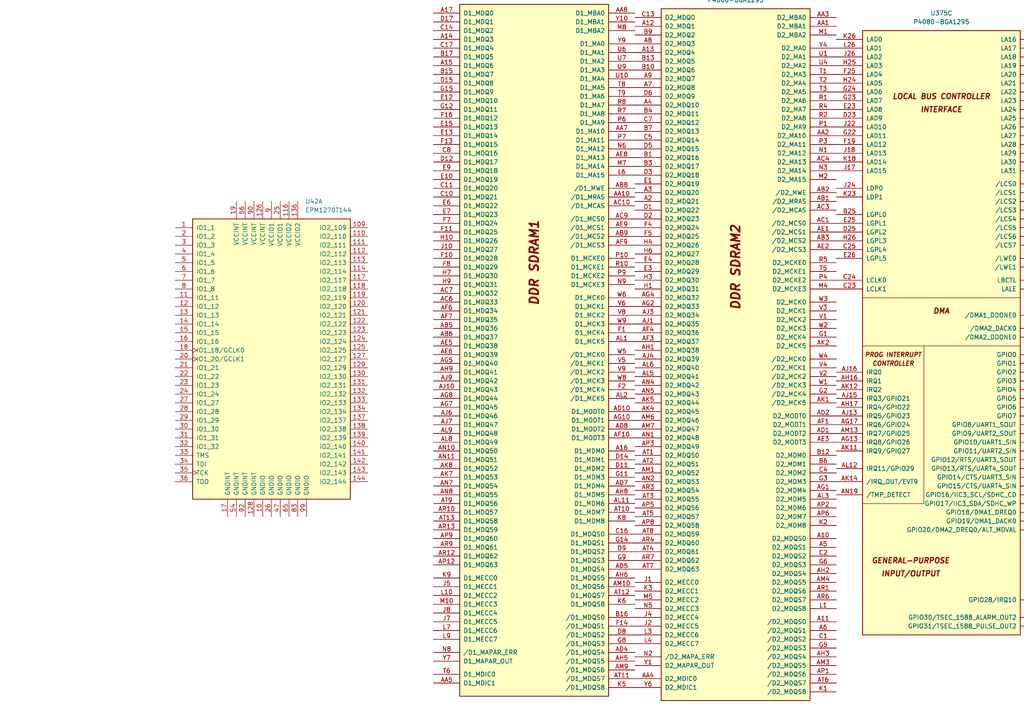
<source format=kicad_sch>
(kicad_sch (version 20250114) (generator "eeschema") (generator_version "9.0")
  (paper "A4")
  (lib_symbols
    (symbol "CPLD_Altera:EPM1270T144" (pin_names (offset 1.016))
      (property "Reference" "U" (at 10.16 41.91 0))
      (property "Value" "EPM1270T144" (at 12.7 -41.91 0))
      (symbol "EPM1270T144_1_1"
        (pin bidirectional line (at -27.94 38.1 0) (length 5.08) (name "IO1_1") (number "1"))
        (pin bidirectional line (at -27.94 35.56 0) (length 5.08) (name "IO1_2") (number "2"))
        (pin bidirectional line (at -27.94 33.02 0) (length 5.08) (name "IO1_3") (number "3"))
        (pin bidirectional line (at -27.94 30.48 0) (length 5.08) (name "IO1_4") (number "4"))
        (pin bidirectional line (at -27.94 27.94 0) (length 5.08) (name "IO1_5") (number "5"))
        (pin bidirectional line (at -27.94 25.4 0) (length 5.08) (name "IO1_6") (number "6"))
        (pin bidirectional line (at -27.94 22.86 0) (length 5.08) (name "IO1_7") (number "7"))
        (pin bidirectional line (at -27.94 20.32 0) (length 5.08) (name "IO1_8") (number "8"))
        (pin bidirectional line (at -27.94 17.78 0) (length 5.08) (name "IO1_11") (number "11"))
        (pin bidirectional line (at -27.94 15.24 0) (length 5.08) (name "IO1_12") (number "12"))
        (pin bidirectional line (at -27.94 12.7 0) (length 5.08) (name "IO1_13") (number "13"))
        (pin bidirectional line (at -27.94 10.16 0) (length 5.08) (name "IO1_14") (number "14"))
        (pin bidirectional line (at -27.94 7.62 0) (length 5.08) (name "IO1_15") (number "15"))
        (pin bidirectional line (at -27.94 5.08 0) (length 5.08) (name "IO1_16") (number "16"))
        (pin bidirectional clock (at -27.94 2.54 0) (length 5.08) (name "IO1_18/GCLK0") (number "18"))
        (pin bidirectional clock (at -27.94 0 0) (length 5.08) (name "IO1_20/GCLK1") (number "20"))
        (pin bidirectional line (at -27.94 -2.54 0) (length 5.08) (name "IO1_21") (number "21"))
        (pin bidirectional line (at -27.94 -5.08 0) (length 5.08) (name "IO1_22") (number "22"))
        (pin bidirectional line (at -27.94 -7.62 0) (length 5.08) (name "IO1_23") (number "23"))
        (pin bidirectional line (at -27.94 -10.16 0) (length 5.08) (name "IO1_24") (number "24"))
        (pin bidirectional line (at -27.94 -12.7 0) (length 5.08) (name "IO1_27") (number "27"))
        (pin bidirectional line (at -27.94 -15.24 0) (length 5.08) (name "IO1_28") (number "28"))
        (pin bidirectional line (at -27.94 -17.78 0) (length 5.08) (name "IO1_29") (number "29"))
        (pin bidirectional line (at -27.94 -20.32 0) (length 5.08) (name "IO1_30") (number "30"))
        (pin bidirectional line (at -27.94 -22.86 0) (length 5.08) (name "IO1_31") (number "31"))
        (pin bidirectional line (at -27.94 -25.4 0) (length 5.08) (name "IO1_32") (number "32"))
        (pin input line (at -27.94 -27.94 0) (length 5.08) (name "TMS") (number "33"))
        (pin input line (at -27.94 -30.48 0) (length 5.08) (name "TDI") (number "34"))
        (pin input clock (at -27.94 -33.02 0) (length 5.08) (name "TCK") (number "35"))
        (pin output line (at -27.94 -35.56 0) (length 5.08) (name "TDO") (number "36"))
        (pin power_in line (at -12.7 -45.72 90) (length 5.08) (name "GNDINT") (number "17"))
        (pin power_in line (at -10.16 45.72 270) (length 5.08) (name "VCCINT") (number "19"))
        (pin power_in line (at -10.16 -45.72 90) (length 5.08) (name "GNDINT") (number "54"))
        (pin power_in line (at -7.62 45.72 270) (length 5.08) (name "VCCINT") (number "56"))
        (pin power_in line (at -7.62 -45.72 90) (length 5.08) (name "GNDINT") (number "92"))
        (pin power_in line (at -5.08 45.72 270) (length 5.08) (name "VCCINT") (number "90"))
        (pin power_in line (at -5.08 -45.72 90) (length 5.08) (name "GNDINT") (number "128"))
        (pin power_in line (at -2.54 45.72 270) (length 5.08) (name "VCCINT") (number "126"))
        (pin power_in line (at -2.54 -45.72 90) (length 5.08) (name "GNDIO") (number "10"))
        (pin power_in line (at 0 45.72 270) (length 5.08) (name "VCCIO1") (number "9"))
        (pin power_in line (at 0 -45.72 90) (length 5.08) (name "GNDIO") (number "26"))
        (pin power_in line (at 2.54 45.72 270) (length 5.08) (name "VCCIO1") (number "25"))
        (pin power_in line (at 2.54 -45.72 90) (length 5.08) (name "GNDIO") (number "47"))
        (pin power_in line (at 5.08 45.72 270) (length 5.08) (name "VCCIO2") (number "116"))
        (pin power_in line (at 5.08 -45.72 90) (length 5.08) (name "GNDIO") (number "65"))
        (pin power_in line (at 7.62 45.72 270) (length 5.08) (name "VCCIO2") (number "136"))
        (pin power_in line (at 7.62 -45.72 90) (length 5.08) (name "GNDIO") (number "83"))
        (pin power_in line (at 10.16 -45.72 90) (length 5.08) (name "GNDIO") (number "99"))
        (pin bidirectional line (at 27.94 38.1 180) (length 5.08) (name "IO2_109") (number "109"))
        (pin bidirectional line (at 27.94 35.56 180) (length 5.08) (name "IO2_110") (number "110"))
        (pin bidirectional line (at 27.94 33.02 180) (length 5.08) (name "IO2_111") (number "111"))
        (pin bidirectional line (at 27.94 30.48 180) (length 5.08) (name "IO2_112") (number "112"))
        (pin bidirectional line (at 27.94 27.94 180) (length 5.08) (name "IO2_113") (number "113"))
        (pin bidirectional line (at 27.94 25.4 180) (length 5.08) (name "IO2_114") (number "114"))
        (pin bidirectional line (at 27.94 22.86 180) (length 5.08) (name "IO2_117") (number "117"))
        (pin bidirectional line (at 27.94 20.32 180) (length 5.08) (name "IO2_118") (number "118"))
        (pin bidirectional line (at 27.94 17.78 180) (length 5.08) (name "IO2_119") (number "119"))
        (pin bidirectional line (at 27.94 15.24 180) (length 5.08) (name "IO2_120") (number "120"))
        (pin bidirectional line (at 27.94 12.7 180) (length 5.08) (name "IO2_121") (number "121"))
        (pin bidirectional line (at 27.94 10.16 180) (length 5.08) (name "IO2_122") (number "122"))
        (pin bidirectional line (at 27.94 7.62 180) (length 5.08) (name "IO2_123") (number "123"))
        (pin bidirectional line (at 27.94 5.08 180) (length 5.08) (name "IO2_124") (number "124"))
        (pin bidirectional line (at 27.94 2.54 180) (length 5.08) (name "IO2_125") (number "125"))
        (pin bidirectional line (at 27.94 0 180) (length 5.08) (name "IO2_127") (number "127"))
        (pin bidirectional line (at 27.94 -2.54 180) (length 5.08) (name "IO2_129") (number "129"))
        (pin bidirectional line (at 27.94 -5.08 180) (length 5.08) (name "IO2_130") (number "130"))
        (pin bidirectional line (at 27.94 -7.62 180) (length 5.08) (name "IO2_131") (number "131"))
        (pin bidirectional line (at 27.94 -10.16 180) (length 5.08) (name "IO2_132") (number "132"))
        (pin bidirectional line (at 27.94 -12.7 180) (length 5.08) (name "IO2_133") (number "133"))
        (pin bidirectional line (at 27.94 -15.24 180) (length 5.08) (name "IO2_134") (number "134"))
        (pin bidirectional line (at 27.94 -17.78 180) (length 5.08) (name "IO2_137") (number "137"))
        (pin bidirectional line (at 27.94 -20.32 180) (length 5.08) (name "IO2_138") (number "138"))
        (pin bidirectional line (at 27.94 -22.86 180) (length 5.08) (name "IO2_139") (number "139"))
        (pin bidirectional line (at 27.94 -25.4 180) (length 5.08) (name "IO2_140") (number "140"))
        (pin bidirectional line (at 27.94 -27.94 180) (length 5.08) (name "IO2_141") (number "141"))
        (pin bidirectional line (at 27.94 -30.48 180) (length 5.08) (name "IO2_142") (number "142"))
        (pin bidirectional line (at 27.94 -33.02 180) (length 5.08) (name "IO2_143") (number "143"))
        (pin bidirectional line (at 27.94 -35.56 180) (length 5.08) (name "IO2_144") (number "144"))
      )
      (symbol "EPM1270T144_2_1"
        (pin bidirectional line (at -27.94 38.1 0) (length 5.08) (name "IO3_73") (number "73"))
        (pin bidirectional line (at -27.94 35.56 0) (length 5.08) (name "IO3_74") (number "74"))
        (pin bidirectional line (at -27.94 33.02 0) (length 5.08) (name "IO3_75") (number "75"))
        (pin bidirectional line (at -27.94 30.48 0) (length 5.08) (name "IO3_76") (number "76"))
        (pin bidirectional line (at -27.94 27.94 0) (length 5.08) (name "IO3_77") (number "77"))
        (pin bidirectional line (at -27.94 25.4 0) (length 5.08) (name "IO3_78") (number "78"))
        (pin bidirectional line (at -27.94 22.86 0) (length 5.08) (name "IO3_79") (number "79"))
        (pin bidirectional line (at -27.94 20.32 0) (length 5.08) (name "IO3_80") (number "80"))
        (pin bidirectional line (at -27.94 17.78 0) (length 5.08) (name "IO3_81") (number "81"))
        (pin bidirectional line (at -27.94 15.24 0) (length 5.08) (name "IO3_84") (number "84"))
        (pin bidirectional line (at -27.94 12.7 0) (length 5.08) (name "IO3_85") (number "85"))
        (pin bidirectional line (at -27.94 10.16 0) (length 5.08) (name "IO3_86") (number "86"))
        (pin bidirectional line (at -27.94 7.62 0) (length 5.08) (name "IO3_87") (number "87"))
        (pin bidirectional line (at -27.94 5.08 0) (length 5.08) (name "IO3_88") (number "88"))
        (pin bidirectional clock (at -27.94 2.54 0) (length 5.08) (name "IO3_89/GCLK2") (number "89"))
        (pin bidirectional clock (at -27.94 0 0) (length 5.08) (name "IO3_91/GCLK3") (number "91"))
        (pin bidirectional line (at -27.94 -2.54 0) (length 5.08) (name "IO3_93") (number "93"))
        (pin bidirectional line (at -27.94 -5.08 0) (length 5.08) (name "IO3_94") (number "94"))
        (pin bidirectional line (at -27.94 -7.62 0) (length 5.08) (name "IO3_95") (number "95"))
        (pin bidirectional line (at -27.94 -10.16 0) (length 5.08) (name "IO3_96") (number "96"))
        (pin bidirectional line (at -27.94 -12.7 0) (length 5.08) (name "IO3_97") (number "97"))
        (pin bidirectional line (at -27.94 -15.24 0) (length 5.08) (name "IO3_98") (number "98"))
        (pin bidirectional line (at -27.94 -17.78 0) (length 5.08) (name "IO3_101") (number "101"))
        (pin bidirectional line (at -27.94 -20.32 0) (length 5.08) (name "IO3_102") (number "102"))
        (pin bidirectional line (at -27.94 -22.86 0) (length 5.08) (name "IO3_103") (number "103"))
        (pin bidirectional line (at -27.94 -25.4 0) (length 5.08) (name "IO3_104") (number "104"))
        (pin bidirectional line (at -27.94 -27.94 0) (length 5.08) (name "IO3_105") (number "105"))
        (pin bidirectional line (at -27.94 -30.48 0) (length 5.08) (name "IO3_106") (number "106"))
        (pin bidirectional line (at -27.94 -33.02 0) (length 5.08) (name "IO3_107") (number "107"))
        (pin bidirectional line (at -27.94 -35.56 0) (length 5.08) (name "IO3_108") (number "108"))
        (pin power_in line (at -5.08 45.72 270) (length 5.08) (name "VCCIO3") (number "82"))
        (pin power_in line (at -2.54 45.72 270) (length 5.08) (name "VCCIO3") (number "100"))
        (pin power_in line (at -2.54 -45.72 90) (length 5.08) (name "GNDIO") (number "115"))
        (pin power_in line (at 0 45.72 270) (length 5.08) (name "VCCIO4") (number "46"))
        (pin power_in line (at 0 -45.72 90) (length 5.08) (name "GNDIO") (number "135"))
        (pin power_in line (at 2.54 45.72 270) (length 5.08) (name "VCCIO4") (number "64"))
        (pin bidirectional line (at 27.94 38.1 180) (length 5.08) (name "IO4_37") (number "37"))
        (pin bidirectional line (at 27.94 35.56 180) (length 5.08) (name "IO4_38") (number "38"))
        (pin bidirectional line (at 27.94 33.02 180) (length 5.08) (name "IO4_39") (number "39"))
        (pin bidirectional line (at 27.94 30.48 180) (length 5.08) (name "IO4_40") (number "40"))
        (pin bidirectional line (at 27.94 27.94 180) (length 5.08) (name "IO4_41") (number "41"))
        (pin bidirectional line (at 27.94 25.4 180) (length 5.08) (name "IO4_42") (number "42"))
        (pin bidirectional line (at 27.94 22.86 180) (length 5.08) (name "IO4_43") (number "43"))
        (pin bidirectional line (at 27.94 20.32 180) (length 5.08) (name "IO4_44") (number "44"))
        (pin bidirectional line (at 27.94 17.78 180) (length 5.08) (name "IO4_45") (number "45"))
        (pin bidirectional line (at 27.94 15.24 180) (length 5.08) (name "IO4_48") (number "48"))
        (pin bidirectional line (at 27.94 12.7 180) (length 5.08) (name "IO4_49") (number "49"))
        (pin bidirectional line (at 27.94 10.16 180) (length 5.08) (name "IO4_50") (number "50"))
        (pin bidirectional line (at 27.94 7.62 180) (length 5.08) (name "IO4_51") (number "51"))
        (pin bidirectional line (at 27.94 5.08 180) (length 5.08) (name "IO4_52") (number "52"))
        (pin bidirectional line (at 27.94 2.54 180) (length 5.08) (name "IO4_53") (number "53"))
        (pin bidirectional line (at 27.94 0 180) (length 5.08) (name "IO4_55") (number "55"))
        (pin bidirectional line (at 27.94 -2.54 180) (length 5.08) (name "IO4_57") (number "57"))
        (pin bidirectional line (at 27.94 -5.08 180) (length 5.08) (name "IO4_58") (number "58"))
        (pin bidirectional line (at 27.94 -7.62 180) (length 5.08) (name "IO4_59") (number "59"))
        (pin bidirectional line (at 27.94 -10.16 180) (length 5.08) (name "IO4_60/DEV_OE") (number "60"))
        (pin bidirectional line (at 27.94 -12.7 180) (length 5.08) (name "IO4_61/DEV_CLRn") (number "61"))
        (pin bidirectional line (at 27.94 -15.24 180) (length 5.08) (name "IO4_62") (number "62"))
        (pin bidirectional line (at 27.94 -17.78 180) (length 5.08) (name "IO4_63") (number "63"))
        (pin bidirectional line (at 27.94 -20.32 180) (length 5.08) (name "IO4_66") (number "66"))
        (pin bidirectional line (at 27.94 -22.86 180) (length 5.08) (name "IO4_67") (number "67"))
        (pin bidirectional line (at 27.94 -25.4 180) (length 5.08) (name "IO4_68") (number "68"))
        (pin bidirectional line (at 27.94 -27.94 180) (length 5.08) (name "IO4_69") (number "69"))
        (pin bidirectional line (at 27.94 -30.48 180) (length 5.08) (name "IO4_70") (number "70"))
        (pin bidirectional line (at 27.94 -33.02 180) (length 5.08) (name "IO4_71") (number "71"))
        (pin bidirectional line (at 27.94 -35.56 180) (length 5.08) (name "IO4_72") (number "72"))
      )
    )
    (symbol "CPU:P4080-BGA1295" (pin_names (offset 1.016))
      (property "Reference" "U" (at 1.27 19.05 0))
      (property "Value" "P4080-BGA1295" (at 1.27 16.51 0))
      (symbol "P4080-BGA1295_1_1"
        (text "DDR SDRAM1" (at 1.27 26.67 900) (effects (font (size 2.54 2.54) (bold yes) (italic yes))))
        (pin bidirectional line (at -27.94 99.06 0) (length 7.62) (name "D1_MDQ0") (number "A17"))
        (pin bidirectional line (at -27.94 96.52 0) (length 7.62) (name "D1_MDQ1") (number "D17"))
        (pin bidirectional line (at -27.94 93.98 0) (length 7.62) (name "D1_MDQ2") (number "C14"))
        (pin bidirectional line (at -27.94 91.44 0) (length 7.62) (name "D1_MDQ3") (number "A14"))
        (pin bidirectional line (at -27.94 88.9 0) (length 7.62) (name "D1_MDQ4") (number "C17"))
        (pin bidirectional line (at -27.94 86.36 0) (length 7.62) (name "D1_MDQ5") (number "B17"))
        (pin bidirectional line (at -27.94 83.82 0) (length 7.62) (name "D1_MDQ6") (number "A15"))
        (pin bidirectional line (at -27.94 81.28 0) (length 7.62) (name "D1_MDQ7") (number "B15"))
        (pin bidirectional line (at -27.94 78.74 0) (length 7.62) (name "D1_MDQ8") (number "D15"))
        (pin bidirectional line (at -27.94 76.2 0) (length 7.62) (name "D1_MDQ9") (number "G15"))
        (pin bidirectional line (at -27.94 73.66 0) (length 7.62) (name "D1_MDQ10") (number "E12"))
        (pin bidirectional line (at -27.94 71.12 0) (length 7.62) (name "D1_MDQ11") (number "G12"))
        (pin bidirectional line (at -27.94 68.58 0) (length 7.62) (name "D1_MDQ12") (number "F16"))
        (pin bidirectional line (at -27.94 66.04 0) (length 7.62) (name "D1_MDQ13") (number "E15"))
        (pin bidirectional line (at -27.94 63.5 0) (length 7.62) (name "D1_MDQ14") (number "E13"))
        (pin bidirectional line (at -27.94 60.96 0) (length 7.62) (name "D1_MDQ15") (number "F13"))
        (pin bidirectional line (at -27.94 58.42 0) (length 7.62) (name "D1_MDQ16") (number "C8"))
        (pin bidirectional line (at -27.94 55.88 0) (length 7.62) (name "D1_MDQ17") (number "D12"))
        (pin bidirectional line (at -27.94 53.34 0) (length 7.62) (name "D1_MDQ18") (number "E9"))
        (pin bidirectional line (at -27.94 50.8 0) (length 7.62) (name "D1_MDQ19") (number "E10"))
        (pin bidirectional line (at -27.94 48.26 0) (length 7.62) (name "D1_MDQ20") (number "C11"))
        (pin bidirectional line (at -27.94 45.72 0) (length 7.62) (name "D1_MDQ21") (number "C10"))
        (pin bidirectional line (at -27.94 43.18 0) (length 7.62) (name "D1_MDQ22") (number "E6"))
        (pin bidirectional line (at -27.94 40.64 0) (length 7.62) (name "D1_MDQ23") (number "E7"))
        (pin bidirectional line (at -27.94 38.1 0) (length 7.62) (name "D1_MDQ24") (number "F7"))
        (pin bidirectional line (at -27.94 35.56 0) (length 7.62) (name "D1_MDQ25") (number "F11"))
        (pin bidirectional line (at -27.94 33.02 0) (length 7.62) (name "D1_MDQ26") (number "H10"))
        (pin bidirectional line (at -27.94 30.48 0) (length 7.62) (name "D1_MDQ27") (number "J10"))
        (pin bidirectional line (at -27.94 27.94 0) (length 7.62) (name "D1_MDQ28") (number "F10"))
        (pin bidirectional line (at -27.94 25.4 0) (length 7.62) (name "D1_MDQ29") (number "F8"))
        (pin bidirectional line (at -27.94 22.86 0) (length 7.62) (name "D1_MDQ30") (number "H7"))
        (pin bidirectional line (at -27.94 20.32 0) (length 7.62) (name "D1_MDQ31") (number "H9"))
        (pin bidirectional line (at -27.94 17.78 0) (length 7.62) (name "D1_MDQ32") (number "AC7"))
        (pin bidirectional line (at -27.94 15.24 0) (length 7.62) (name "D1_MDQ33") (number "AC6"))
        (pin bidirectional line (at -27.94 12.7 0) (length 7.62) (name "D1_MDQ34") (number "AF6"))
        (pin bidirectional line (at -27.94 10.16 0) (length 7.62) (name "D1_MDQ35") (number "AF7"))
        (pin bidirectional line (at -27.94 7.62 0) (length 7.62) (name "D1_MDQ36") (number "AB5"))
        (pin bidirectional line (at -27.94 5.08 0) (length 7.62) (name "D1_MDQ37") (number "AB6"))
        (pin bidirectional line (at -27.94 2.54 0) (length 7.62) (name "D1_MDQ38") (number "AE5"))
        (pin bidirectional line (at -27.94 0 0) (length 7.62) (name "D1_MDQ39") (number "AE6"))
        (pin bidirectional line (at -27.94 -2.54 0) (length 7.62) (name "D1_MDQ40") (number "AG5"))
        (pin bidirectional line (at -27.94 -5.08 0) (length 7.62) (name "D1_MDQ41") (number "AH9"))
        (pin bidirectional line (at -27.94 -7.62 0) (length 7.62) (name "D1_MDQ42") (number "AJ9"))
        (pin bidirectional line (at -27.94 -10.16 0) (length 7.62) (name "D1_MDQ43") (number "AJ10"))
        (pin bidirectional line (at -27.94 -12.7 0) (length 7.62) (name "D1_MDQ44") (number "AG8"))
        (pin bidirectional line (at -27.94 -15.24 0) (length 7.62) (name "D1_MDQ45") (number "AG7"))
        (pin bidirectional line (at -27.94 -17.78 0) (length 7.62) (name "D1_MDQ46") (number "AJ6"))
        (pin bidirectional line (at -27.94 -20.32 0) (length 7.62) (name "D1_MDQ47") (number "AJ7"))
        (pin bidirectional line (at -27.94 -22.86 0) (length 7.62) (name "D1_MDQ48") (number "AL9"))
        (pin bidirectional line (at -27.94 -25.4 0) (length 7.62) (name "D1_MDQ49") (number "AL8"))
        (pin bidirectional line (at -27.94 -27.94 0) (length 7.62) (name "D1_MDQ50") (number "AN10"))
        (pin bidirectional line (at -27.94 -30.48 0) (length 7.62) (name "D1_MDQ51") (number "AN11"))
        (pin bidirectional line (at -27.94 -33.02 0) (length 7.62) (name "D1_MDQ52") (number "AK8"))
        (pin bidirectional line (at -27.94 -35.56 0) (length 7.62) (name "D1_MDQ53") (number "AK7"))
        (pin bidirectional line (at -27.94 -38.1 0) (length 7.62) (name "D1_MDQ54") (number "AN7"))
        (pin bidirectional line (at -27.94 -40.64 0) (length 7.62) (name "D1_MDQ55") (number "AN8"))
        (pin bidirectional line (at -27.94 -43.18 0) (length 7.62) (name "D1_MDQ56") (number "AT9"))
        (pin bidirectional line (at -27.94 -45.72 0) (length 7.62) (name "D1_MDQ57") (number "AR10"))
        (pin bidirectional line (at -27.94 -48.26 0) (length 7.62) (name "D1_MDQ58") (number "AT13"))
        (pin bidirectional line (at -27.94 -50.8 0) (length 7.62) (name "D1_MDQ59") (number "AR13"))
        (pin bidirectional line (at -27.94 -53.34 0) (length 7.62) (name "D1_MDQ60") (number "AP9"))
        (pin bidirectional line (at -27.94 -55.88 0) (length 7.62) (name "D1_MDQ61") (number "AR9"))
        (pin bidirectional line (at -27.94 -58.42 0) (length 7.62) (name "D1_MDQ62") (number "AR12"))
        (pin bidirectional line (at -27.94 -60.96 0) (length 7.62) (name "D1_MDQ63") (number "AP12"))
        (pin bidirectional line (at -27.94 -64.77 0) (length 7.62) (name "D1_MECC0") (number "K9"))
        (pin bidirectional line (at -27.94 -67.31 0) (length 7.62) (name "D1_MECC1") (number "J5"))
        (pin bidirectional line (at -27.94 -69.85 0) (length 7.62) (name "D1_MECC2") (number "L10"))
        (pin bidirectional line (at -27.94 -72.39 0) (length 7.62) (name "D1_MECC3") (number "M10"))
        (pin bidirectional line (at -27.94 -74.93 0) (length 7.62) (name "D1_MECC4") (number "J8"))
        (pin bidirectional line (at -27.94 -77.47 0) (length 7.62) (name "D1_MECC5") (number "J7"))
        (pin bidirectional line (at -27.94 -80.01 0) (length 7.62) (name "D1_MECC6") (number "L7"))
        (pin bidirectional line (at -27.94 -82.55 0) (length 7.62) (name "D1_MECC7") (number "L9"))
        (pin input line (at -27.94 -86.36 0) (length 7.62) (name "/D1_MAPAR_ERR") (number "N8"))
        (pin output line (at -27.94 -88.9 0) (length 7.62) (name "D1_MAPAR_OUT") (number "Y7"))
        (pin bidirectional line (at -27.94 -92.71 0) (length 7.62) (name "D1_MDIC0") (number "T6"))
        (pin bidirectional line (at -27.94 -95.25 0) (length 7.62) (name "D1_MDIC1") (number "AA5"))
        (pin output line (at 30.48 99.06 180) (length 7.62) (name "D1_MBA0") (number "AA8"))
        (pin output line (at 30.48 96.52 180) (length 7.62) (name "D1_MBA1") (number "Y10"))
        (pin output line (at 30.48 93.98 180) (length 7.62) (name "D1_MBA2") (number "M8"))
        (pin output line (at 30.48 90.17 180) (length 7.62) (name "D1_MA0") (number "Y9"))
        (pin output line (at 30.48 87.63 180) (length 7.62) (name "D1_MA1") (number "U6"))
        (pin output line (at 30.48 85.09 180) (length 7.62) (name "D1_MA2") (number "U7"))
        (pin output line (at 30.48 82.55 180) (length 7.62) (name "D1_MA3") (number "U9"))
        (pin output line (at 30.48 80.01 180) (length 7.62) (name "D1_MA4") (number "U10"))
        (pin output line (at 30.48 77.47 180) (length 7.62) (name "D1_MA5") (number "T8"))
        (pin output line (at 30.48 74.93 180) (length 7.62) (name "D1_MA6") (number "T9"))
        (pin output line (at 30.48 72.39 180) (length 7.62) (name "D1_MA7") (number "R8"))
        (pin output line (at 30.48 69.85 180) (length 7.62) (name "D1_MA8") (number "R7"))
        (pin output line (at 30.48 67.31 180) (length 7.62) (name "D1_MA9") (number "P6"))
        (pin output line (at 30.48 64.77 180) (length 7.62) (name "D1_MA10") (number "AA7"))
        (pin output line (at 30.48 62.23 180) (length 7.62) (name "D1_MA11") (number "P7"))
        (pin output line (at 30.48 59.69 180) (length 7.62) (name "D1_MA12") (number "N6"))
        (pin output line (at 30.48 57.15 180) (length 7.62) (name "D1_MA13") (number "AE8"))
        (pin output line (at 30.48 54.61 180) (length 7.62) (name "D1_MA14") (number "M7"))
        (pin output line (at 30.48 52.07 180) (length 7.62) (name "D1_MA15") (number "L6"))
        (pin output line (at 30.48 48.26 180) (length 7.62) (name "/D1_MWE") (number "AB8"))
        (pin output line (at 30.48 45.72 180) (length 7.62) (name "/D1_MRAS") (number "AA10"))
        (pin output line (at 30.48 43.18 180) (length 7.62) (name "/D1_MCAS") (number "AC10"))
        (pin output line (at 30.48 39.37 180) (length 7.62) (name "/D1_MCS0") (number "AC9"))
        (pin output line (at 30.48 36.83 180) (length 7.62) (name "/D1_MCS1") (number "AE9"))
        (pin output line (at 30.48 34.29 180) (length 7.62) (name "/D1_MCS2") (number "AB9"))
        (pin output line (at 30.48 31.75 180) (length 7.62) (name "/D1_MCS3") (number "AF9"))
        (pin output line (at 30.48 27.94 180) (length 7.62) (name "D1_MCKE0") (number "P10"))
        (pin output line (at 30.48 25.4 180) (length 7.62) (name "D1_MCKE1") (number "R10"))
        (pin output line (at 30.48 22.86 180) (length 7.62) (name "D1_MCKE2") (number "P9"))
        (pin output line (at 30.48 20.32 180) (length 7.62) (name "D1_MCKE3") (number "N9"))
        (pin output line (at 30.48 16.51 180) (length 7.62) (name "D1_MCK0") (number "W6"))
        (pin output line (at 30.48 13.97 180) (length 7.62) (name "D1_MCK1") (number "V6"))
        (pin output line (at 30.48 11.43 180) (length 7.62) (name "D1_MCK2") (number "V8"))
        (pin output line (at 30.48 8.89 180) (length 7.62) (name "D1_MCK3") (number "W9"))
        (pin output line (at 30.48 6.35 180) (length 7.62) (name "D1_MCK4") (number "F1"))
        (pin output line (at 30.48 3.81 180) (length 7.62) (name "D1_MCK5") (number "AL1"))
        (pin output line (at 30.48 0 180) (length 7.62) (name "/D1_MCK0") (number "W5"))
        (pin output line (at 30.48 -2.54 180) (length 7.62) (name "/D1_MCK1") (number "V5"))
        (pin output line (at 30.48 -5.08 180) (length 7.62) (name "/D1_MCK2") (number "V9"))
        (pin output line (at 30.48 -7.62 180) (length 7.62) (name "/D1_MCK3") (number "W8"))
        (pin output line (at 30.48 -10.16 180) (length 7.62) (name "/D1_MCK4") (number "F2"))
        (pin output line (at 30.48 -12.7 180) (length 7.62) (name "/D1_MCK5") (number "AL2"))
        (pin output line (at 30.48 -16.51 180) (length 7.62) (name "D1_MODT0") (number "AD10"))
        (pin output line (at 30.48 -19.05 180) (length 7.62) (name "D1_MODT1") (number "AG10"))
        (pin output line (at 30.48 -21.59 180) (length 7.62) (name "D1_MODT2") (number "AD8"))
        (pin output line (at 30.48 -24.13 180) (length 7.62) (name "D1_MODT3") (number "AF10"))
        (pin output line (at 30.48 -27.94 180) (length 7.62) (name "D1_MDM0") (number "A16"))
        (pin output line (at 30.48 -30.48 180) (length 7.62) (name "D1_MDM1") (number "D14"))
        (pin output line (at 30.48 -33.02 180) (length 7.62) (name "D1_MDM2") (number "D11"))
        (pin output line (at 30.48 -35.56 180) (length 7.62) (name "D1_MDM3") (number "G11"))
        (pin output line (at 30.48 -38.1 180) (length 7.62) (name "D1_MDM4") (number "AD7"))
        (pin output line (at 30.48 -40.64 180) (length 7.62) (name "D1_MDM5") (number "AH8"))
        (pin output line (at 30.48 -43.18 180) (length 7.62) (name "D1_MDM6") (number "AL11"))
        (pin output line (at 30.48 -45.72 180) (length 7.62) (name "D1_MDM7") (number "AT10"))
        (pin output line (at 30.48 -48.26 180) (length 7.62) (name "D1_MDM8") (number "K8"))
        (pin bidirectional line (at 30.48 -52.07 180) (length 7.62) (name "D1_MDQS0") (number "C16"))
        (pin bidirectional line (at 30.48 -54.61 180) (length 7.62) (name "D1_MDQS1") (number "G14"))
        (pin bidirectional line (at 30.48 -57.15 180) (length 7.62) (name "D1_MDQS2") (number "D9"))
        (pin bidirectional line (at 30.48 -59.69 180) (length 7.62) (name "D1_MDQS3") (number "G9"))
        (pin bidirectional line (at 30.48 -62.23 180) (length 7.62) (name "D1_MDQS4") (number "AD5"))
        (pin bidirectional line (at 30.48 -64.77 180) (length 7.62) (name "D1_MDQS5") (number "AH6"))
        (pin bidirectional line (at 30.48 -67.31 180) (length 7.62) (name "D1_MDQS6") (number "AM10"))
        (pin bidirectional line (at 30.48 -69.85 180) (length 7.62) (name "D1_MDQS7") (number "AT12"))
        (pin bidirectional line (at 30.48 -72.39 180) (length 7.62) (name "D1_MDQS8") (number "K6"))
        (pin bidirectional line (at 30.48 -76.2 180) (length 7.62) (name "/D1_MDQS0") (number "B16"))
        (pin bidirectional line (at 30.48 -78.74 180) (length 7.62) (name "/D1_MDQS1") (number "F14"))
        (pin bidirectional line (at 30.48 -81.28 180) (length 7.62) (name "/D1_MDQS2") (number "D8"))
        (pin bidirectional line (at 30.48 -83.82 180) (length 7.62) (name "/D1_MDQS3") (number "G8"))
        (pin bidirectional line (at 30.48 -86.36 180) (length 7.62) (name "/D1_MDQS4") (number "AD4"))
        (pin bidirectional line (at 30.48 -88.9 180) (length 7.62) (name "/D1_MDQS5") (number "AH5"))
        (pin bidirectional line (at 30.48 -91.44 180) (length 7.62) (name "/D1_MDQS6") (number "AM9"))
        (pin bidirectional line (at 30.48 -93.98 180) (length 7.62) (name "/D1_MDQS7") (number "AT11"))
        (pin bidirectional line (at 30.48 -96.52 180) (length 7.62) (name "/D1_MDQS8") (number "K5"))
      )
      (symbol "P4080-BGA1295_2_1"
        (text "DDR SDRAM2" (at 1.27 26.67 900) (effects (font (size 2.54 2.54) (bold yes) (italic yes))))
        (pin bidirectional line (at -27.94 99.06 0) (length 7.62) (name "D2_MDQ0") (number "C13"))
        (pin bidirectional line (at -27.94 96.52 0) (length 7.62) (name "D2_MDQ1") (number "A12"))
        (pin bidirectional line (at -27.94 93.98 0) (length 7.62) (name "D2_MDQ2") (number "B9"))
        (pin bidirectional line (at -27.94 91.44 0) (length 7.62) (name "D2_MDQ3") (number "A8"))
        (pin bidirectional line (at -27.94 88.9 0) (length 7.62) (name "D2_MDQ4") (number "A13"))
        (pin bidirectional line (at -27.94 86.36 0) (length 7.62) (name "D2_MDQ5") (number "B13"))
        (pin bidirectional line (at -27.94 83.82 0) (length 7.62) (name "D2_MDQ6") (number "B10"))
        (pin bidirectional line (at -27.94 81.28 0) (length 7.62) (name "D2_MDQ7") (number "A9"))
        (pin bidirectional line (at -27.94 78.74 0) (length 7.62) (name "D2_MDQ8") (number "A7"))
        (pin bidirectional line (at -27.94 76.2 0) (length 7.62) (name "D2_MDQ9") (number "D6"))
        (pin bidirectional line (at -27.94 73.66 0) (length 7.62) (name "D2_MDQ10") (number "A4"))
        (pin bidirectional line (at -27.94 71.12 0) (length 7.62) (name "D2_MDQ11") (number "B4"))
        (pin bidirectional line (at -27.94 68.58 0) (length 7.62) (name "D2_MDQ12") (number "C7"))
        (pin bidirectional line (at -27.94 66.04 0) (length 7.62) (name "D2_MDQ13") (number "B7"))
        (pin bidirectional line (at -27.94 63.5 0) (length 7.62) (name "D2_MDQ14") (number "C5"))
        (pin bidirectional line (at -27.94 60.96 0) (length 7.62) (name "D2_MDQ15") (number "D5"))
        (pin bidirectional line (at -27.94 58.42 0) (length 7.62) (name "D2_MDQ16") (number "B1"))
        (pin bidirectional line (at -27.94 55.88 0) (length 7.62) (name "D2_MDQ17") (number "B3"))
        (pin bidirectional line (at -27.94 53.34 0) (length 7.62) (name "D2_MDQ18") (number "D3"))
        (pin bidirectional line (at -27.94 50.8 0) (length 7.62) (name "D2_MDQ19") (number "E1"))
        (pin bidirectional line (at -27.94 48.26 0) (length 7.62) (name "D2_MDQ20") (number "A3"))
        (pin bidirectional line (at -27.94 45.72 0) (length 7.62) (name "D2_MDQ21") (number "A2"))
        (pin bidirectional line (at -27.94 43.18 0) (length 7.62) (name "D2_MDQ22") (number "D1"))
        (pin bidirectional line (at -27.94 40.64 0) (length 7.62) (name "D2_MDQ23") (number "D2"))
        (pin bidirectional line (at -27.94 38.1 0) (length 7.62) (name "D2_MDQ24") (number "F4"))
        (pin bidirectional line (at -27.94 35.56 0) (length 7.62) (name "D2_MDQ25") (number "F5"))
        (pin bidirectional line (at -27.94 33.02 0) (length 7.62) (name "D2_MDQ26") (number "H4"))
        (pin bidirectional line (at -27.94 30.48 0) (length 7.62) (name "D2_MDQ27") (number "H6"))
        (pin bidirectional line (at -27.94 27.94 0) (length 7.62) (name "D2_MDQ28") (number "E4"))
        (pin bidirectional line (at -27.94 25.4 0) (length 7.62) (name "D2_MDQ29") (number "E3"))
        (pin bidirectional line (at -27.94 22.86 0) (length 7.62) (name "D2_MDQ30") (number "H3"))
        (pin bidirectional line (at -27.94 20.32 0) (length 7.62) (name "D2_MDQ31") (number "H1"))
        (pin bidirectional line (at -27.94 17.78 0) (length 7.62) (name "D2_MDQ32") (number "AG4"))
        (pin bidirectional line (at -27.94 15.24 0) (length 7.62) (name "D2_MDQ33") (number "AG2"))
        (pin bidirectional line (at -27.94 12.7 0) (length 7.62) (name "D2_MDQ34") (number "AJ3"))
        (pin bidirectional line (at -27.94 10.16 0) (length 7.62) (name "D2_MDQ35") (number "AJ1"))
        (pin bidirectional line (at -27.94 7.62 0) (length 7.62) (name "D2_MDQ36") (number "AF4"))
        (pin bidirectional line (at -27.94 5.08 0) (length 7.62) (name "D2_MDQ37") (number "AF3"))
        (pin bidirectional line (at -27.94 2.54 0) (length 7.62) (name "D2_MDQ38") (number "AH1"))
        (pin bidirectional line (at -27.94 0 0) (length 7.62) (name "D2_MDQ39") (number "AJ4"))
        (pin bidirectional line (at -27.94 -2.54 0) (length 7.62) (name "D2_MDQ40") (number "AL6"))
        (pin bidirectional line (at -27.94 -5.08 0) (length 7.62) (name "D2_MDQ41") (number "AL5"))
        (pin bidirectional line (at -27.94 -7.62 0) (length 7.62) (name "D2_MDQ42") (number "AN4"))
        (pin bidirectional line (at -27.94 -10.16 0) (length 7.62) (name "D2_MDQ43") (number "AN5"))
        (pin bidirectional line (at -27.94 -12.7 0) (length 7.62) (name "D2_MDQ44") (number "AK5"))
        (pin bidirectional line (at -27.94 -15.24 0) (length 7.62) (name "D2_MDQ45") (number "AK4"))
        (pin bidirectional line (at -27.94 -17.78 0) (length 7.62) (name "D2_MDQ46") (number "AM6"))
        (pin bidirectional line (at -27.94 -20.32 0) (length 7.62) (name "D2_MDQ47") (number "AM7"))
        (pin bidirectional line (at -27.94 -22.86 0) (length 7.62) (name "D2_MDQ48") (number "AN1"))
        (pin bidirectional line (at -27.94 -25.4 0) (length 7.62) (name "D2_MDQ49") (number "AP3"))
        (pin bidirectional line (at -27.94 -27.94 0) (length 7.62) (name "D2_MDQ50") (number "AT1"))
        (pin bidirectional line (at -27.94 -30.48 0) (length 7.62) (name "D2_MDQ51") (number "AT2"))
        (pin bidirectional line (at -27.94 -33.02 0) (length 7.62) (name "D2_MDQ52") (number "AM1"))
        (pin bidirectional line (at -27.94 -35.56 0) (length 7.62) (name "D2_MDQ53") (number "AN2"))
        (pin bidirectional line (at -27.94 -38.1 0) (length 7.62) (name "D2_MDQ54") (number "AR3"))
        (pin bidirectional line (at -27.94 -40.64 0) (length 7.62) (name "D2_MDQ55") (number "AT3"))
        (pin bidirectional line (at -27.94 -43.18 0) (length 7.62) (name "D2_MDQ56") (number "AP5"))
        (pin bidirectional line (at -27.94 -45.72 0) (length 7.62) (name "D2_MDQ57") (number "AT5"))
        (pin bidirectional line (at -27.94 -48.26 0) (length 7.62) (name "D2_MDQ58") (number "AP8"))
        (pin bidirectional line (at -27.94 -50.8 0) (length 7.62) (name "D2_MDQ59") (number "AT8"))
        (pin bidirectional line (at -27.94 -53.34 0) (length 7.62) (name "D2_MDQ60") (number "AR4"))
        (pin bidirectional line (at -27.94 -55.88 0) (length 7.62) (name "D2_MDQ61") (number "AT4"))
        (pin bidirectional line (at -27.94 -58.42 0) (length 7.62) (name "D2_MDQ62") (number "AR7"))
        (pin bidirectional line (at -27.94 -60.96 0) (length 7.62) (name "D2_MDQ63") (number "AT7"))
        (pin bidirectional line (at -27.94 -64.77 0) (length 7.62) (name "D2_MECC0") (number "J1"))
        (pin bidirectional line (at -27.94 -67.31 0) (length 7.62) (name "D2_MECC1") (number "K3"))
        (pin bidirectional line (at -27.94 -69.85 0) (length 7.62) (name "D2_MECC2") (number "M5"))
        (pin bidirectional line (at -27.94 -72.39 0) (length 7.62) (name "D2_MECC3") (number "N5"))
        (pin bidirectional line (at -27.94 -74.93 0) (length 7.62) (name "D2_MECC4") (number "J4"))
        (pin bidirectional line (at -27.94 -77.47 0) (length 7.62) (name "D2_MECC5") (number "J2"))
        (pin bidirectional line (at -27.94 -80.01 0) (length 7.62) (name "D2_MECC6") (number "L3"))
        (pin bidirectional line (at -27.94 -82.55 0) (length 7.62) (name "D2_MECC7") (number "L4"))
        (pin input line (at -27.94 -86.36 0) (length 7.62) (name "/D2_MAPA_ERR") (number "N2"))
        (pin output line (at -27.94 -88.9 0) (length 7.62) (name "D2_MAPAR_OUT") (number "Y1"))
        (pin bidirectional line (at -27.94 -92.71 0) (length 7.62) (name "D2_MDIC0") (number "AA4"))
        (pin bidirectional line (at -27.94 -95.25 0) (length 7.62) (name "D2_MDIC1") (number "Y6"))
        (pin output line (at 30.48 99.06 180) (length 7.62) (name "D2_MBA0") (number "AA3"))
        (pin output line (at 30.48 96.52 180) (length 7.62) (name "D2_MBA1") (number "AA1"))
        (pin output line (at 30.48 93.98 180) (length 7.62) (name "D2_MBA2") (number "M1"))
        (pin output line (at 30.48 90.17 180) (length 7.62) (name "D2_MA0") (number "Y4"))
        (pin output line (at 30.48 87.63 180) (length 7.62) (name "D2_MA1") (number "U1"))
        (pin output line (at 30.48 85.09 180) (length 7.62) (name "D2_MA2") (number "U4"))
        (pin output line (at 30.48 82.55 180) (length 7.62) (name "D2_MA3") (number "T1"))
        (pin output line (at 30.48 80.01 180) (length 7.62) (name "D2_MA4") (number "T2"))
        (pin output line (at 30.48 77.47 180) (length 7.62) (name "D2_MA5") (number "T3"))
        (pin output line (at 30.48 74.93 180) (length 7.62) (name "D2_MA6") (number "R1"))
        (pin output line (at 30.48 72.39 180) (length 7.62) (name "D2_MA7") (number "R4"))
        (pin output line (at 30.48 69.85 180) (length 7.62) (name "D2_MA8") (number "R2"))
        (pin output line (at 30.48 67.31 180) (length 7.62) (name "D2_MA9") (number "P1"))
        (pin output line (at 30.48 64.77 180) (length 7.62) (name "D2_MA10") (number "AA2"))
        (pin output line (at 30.48 62.23 180) (length 7.62) (name "D2_MA11") (number "P3"))
        (pin output line (at 30.48 59.69 180) (length 7.62) (name "D2_MA12") (number "N1"))
        (pin output line (at 30.48 57.15 180) (length 7.62) (name "D2_MA13") (number "AC4"))
        (pin output line (at 30.48 54.61 180) (length 7.62) (name "D2_MA14") (number "N3"))
        (pin output line (at 30.48 52.07 180) (length 7.62) (name "D2_MA15") (number "M2"))
        (pin output line (at 30.48 48.26 180) (length 7.62) (name "/D2_MWE") (number "AB2"))
        (pin output line (at 30.48 45.72 180) (length 7.62) (name "/D2_MRAS") (number "AB1"))
        (pin output line (at 30.48 43.18 180) (length 7.62) (name "/D2_MCAS") (number "AC3"))
        (pin output line (at 30.48 39.37 180) (length 7.62) (name "/D2_MCS0") (number "AC1"))
        (pin output line (at 30.48 36.83 180) (length 7.62) (name "/D2_MCS1") (number "AE1"))
        (pin output line (at 30.48 34.29 180) (length 7.62) (name "/D2_MCS2") (number "AB3"))
        (pin output line (at 30.48 31.75 180) (length 7.62) (name "/D2_MCS3") (number "AE2"))
        (pin output line (at 30.48 27.94 180) (length 7.62) (name "D2_MCKE0") (number "R5"))
        (pin output line (at 30.48 25.4 180) (length 7.62) (name "D2_MCKE1") (number "T5"))
        (pin output line (at 30.48 22.86 180) (length 7.62) (name "D2_MCKE2") (number "P4"))
        (pin output line (at 30.48 20.32 180) (length 7.62) (name "D2_MCKE3") (number "M4"))
        (pin output line (at 30.48 16.51 180) (length 7.62) (name "D2_MCK0") (number "W3"))
        (pin output line (at 30.48 13.97 180) (length 7.62) (name "D2_MCK1") (number "V3"))
        (pin output line (at 30.48 11.43 180) (length 7.62) (name "D2_MCK2") (number "V1"))
        (pin output line (at 30.48 8.89 180) (length 7.62) (name "D2_MCK3") (number "W2"))
        (pin output line (at 30.48 6.35 180) (length 7.62) (name "D2_MCK4") (number "G1"))
        (pin output line (at 30.48 3.81 180) (length 7.62) (name "D2_MCK5") (number "AK2"))
        (pin output line (at 30.48 0 180) (length 7.62) (name "/D2_MCK0") (number "W4"))
        (pin output line (at 30.48 -2.54 180) (length 7.62) (name "/D2_MCK1") (number "V4"))
        (pin output line (at 30.48 -5.08 180) (length 7.62) (name "/D2_MCK2") (number "V2"))
        (pin output line (at 30.48 -7.62 180) (length 7.62) (name "/D2_MCK3") (number "W1"))
        (pin output line (at 30.48 -10.16 180) (length 7.62) (name "/D2_MCK4") (number "G2"))
        (pin output line (at 30.48 -12.7 180) (length 7.62) (name "/D2_MCK5") (number "AK1"))
        (pin output line (at 30.48 -16.51 180) (length 7.62) (name "D2_MODT0") (number "AD2"))
        (pin output line (at 30.48 -19.05 180) (length 7.62) (name "D2_MODT1") (number "AF1"))
        (pin output line (at 30.48 -21.59 180) (length 7.62) (name "D2_MODT2") (number "AD1"))
        (pin output line (at 30.48 -24.13 180) (length 7.62) (name "D2_MODT3") (number "AE3"))
        (pin output line (at 30.48 -27.94 180) (length 7.62) (name "D2_MDM0") (number "B12"))
        (pin output line (at 30.48 -30.48 180) (length 7.62) (name "D2_MDM1") (number "B6"))
        (pin output line (at 30.48 -33.02 180) (length 7.62) (name "D2_MDM2") (number "C4"))
        (pin output line (at 30.48 -35.56 180) (length 7.62) (name "D2_MDM3") (number "G3"))
        (pin output line (at 30.48 -38.1 180) (length 7.62) (name "D2_MDM4") (number "AG1"))
        (pin output line (at 30.48 -40.64 180) (length 7.62) (name "D2_MDM5") (number "AL3"))
        (pin output line (at 30.48 -43.18 180) (length 7.62) (name "D2_MDM6") (number "AP2"))
        (pin output line (at 30.48 -45.72 180) (length 7.62) (name "D2_MDM7") (number "AP6"))
        (pin output line (at 30.48 -48.26 180) (length 7.62) (name "D2_MDM8") (number "K2"))
        (pin bidirectional line (at 30.48 -52.07 180) (length 7.62) (name "D2_MDQS0") (number "A10"))
        (pin bidirectional line (at 30.48 -54.61 180) (length 7.62) (name "D2_MDQS1") (number "A5"))
        (pin bidirectional line (at 30.48 -57.15 180) (length 7.62) (name "D2_MDQS2") (number "C2"))
        (pin bidirectional line (at 30.48 -59.69 180) (length 7.62) (name "D2_MDQS3") (number "G6"))
        (pin bidirectional line (at 30.48 -62.23 180) (length 7.62) (name "D2_MDQS4") (number "AH2"))
        (pin bidirectional line (at 30.48 -64.77 180) (length 7.62) (name "D2_MDQS5") (number "AM4"))
        (pin bidirectional line (at 30.48 -67.31 180) (length 7.62) (name "D2_MDQS6") (number "AR1"))
        (pin bidirectional line (at 30.48 -69.85 180) (length 7.62) (name "D2_MDQS7") (number "AR6"))
        (pin bidirectional line (at 30.48 -72.39 180) (length 7.62) (name "D2_MDQS8") (number "L1"))
        (pin bidirectional line (at 30.48 -76.2 180) (length 7.62) (name "/D2_MDQS0") (number "A11"))
        (pin bidirectional line (at 30.48 -78.74 180) (length 7.62) (name "/D2_MDQS1") (number "A6"))
        (pin bidirectional line (at 30.48 -81.28 180) (length 7.62) (name "/D2_MDQS2") (number "C1"))
        (pin bidirectional line (at 30.48 -83.82 180) (length 7.62) (name "/D2_MDQS3") (number "G5"))
        (pin bidirectional line (at 30.48 -86.36 180) (length 7.62) (name "/D2_MDQS4") (number "AH3"))
        (pin bidirectional line (at 30.48 -88.9 180) (length 7.62) (name "/D2_MDQS5") (number "AM3"))
        (pin bidirectional line (at 30.48 -91.44 180) (length 7.62) (name "/D2_MDQS6") (number "AP1"))
        (pin bidirectional line (at 30.48 -93.98 180) (length 7.62) (name "/D2_MDQS7") (number "AT6"))
        (pin bidirectional line (at 30.48 -96.52 180) (length 7.62) (name "/D2_MDQS8") (number "K1"))
      )
      (symbol "P4080-BGA1295_3_1"
        (text "PROG INTERRUPT" (at -13.97 -5.08 0) (effects (font (size 1.27 1.27) (bold yes) (italic yes))))
        (text "CONTROLLER" (at -13.97 -7.62 0) (effects (font (size 1.27 1.27) (bold yes) (italic yes))))
        (text "GENERAL-PURPOSE" (at -8.89 -64.77 0) (effects (font (size 1.524 1.524) (bold yes) (italic yes))))
        (text "INPUT/OUTPUT" (at -8.89 -68.58 0) (effects (font (size 1.524 1.524) (bold yes) (italic yes))))
        (text "LOCAL BUS CONTROLLER" (at 0 69.85 0) (effects (font (size 1.524 1.524) (bold yes) (italic yes))))
        (text "INTERFACE" (at 0 66.04 0) (effects (font (size 1.524 1.524) (bold yes) (italic yes))))
        (text "DMA" (at 0 7.62 0) (effects (font (size 1.524 1.524) (bold yes) (italic yes))))
        (pin bidirectional line (at -30.48 86.36 0) (length 7.62) (name "LAD0") (number "K26"))
        (pin bidirectional line (at -30.48 83.82 0) (length 7.62) (name "LAD1") (number "L26"))
        (pin bidirectional line (at -30.48 81.28 0) (length 7.62) (name "LAD2") (number "J26"))
        (pin bidirectional line (at -30.48 78.74 0) (length 7.62) (name "LAD3") (number "H25"))
        (pin bidirectional line (at -30.48 76.2 0) (length 7.62) (name "LAD4") (number "F25"))
        (pin bidirectional line (at -30.48 73.66 0) (length 7.62) (name "LAD5") (number "H24"))
        (pin bidirectional line (at -30.48 71.12 0) (length 7.62) (name "LAD6") (number "G24"))
        (pin bidirectional line (at -30.48 68.58 0) (length 7.62) (name "LAD7") (number "G23"))
        (pin bidirectional line (at -30.48 66.04 0) (length 7.62) (name "LAD8") (number "E23"))
        (pin bidirectional line (at -30.48 63.5 0) (length 7.62) (name "LAD9") (number "D23"))
        (pin bidirectional line (at -30.48 60.96 0) (length 7.62) (name "LAD10") (number "J22"))
        (pin bidirectional line (at -30.48 58.42 0) (length 7.62) (name "LAD11") (number "G22"))
        (pin bidirectional line (at -30.48 55.88 0) (length 7.62) (name "LAD12") (number "F19"))
        (pin bidirectional line (at -30.48 53.34 0) (length 7.62) (name "LAD13") (number "J18"))
        (pin bidirectional line (at -30.48 50.8 0) (length 7.62) (name "LAD14") (number "K18"))
        (pin bidirectional line (at -30.48 48.26 0) (length 7.62) (name "LAD15") (number "J17"))
        (pin bidirectional line (at -30.48 43.18 0) (length 7.62) (name "LDP0") (number "J24"))
        (pin bidirectional line (at -30.48 40.64 0) (length 7.62) (name "LDP1") (number "K23"))
        (pin output line (at -30.48 35.56 0) (length 7.62) (name "LGPL0") (number "B25"))
        (pin output line (at -30.48 33.02 0) (length 7.62) (name "LGPL1") (number "E25"))
        (pin output line (at -30.48 30.48 0) (length 7.62) (name "LGPL2") (number "D25"))
        (pin output line (at -30.48 27.94 0) (length 7.62) (name "LGPL3") (number "H26"))
        (pin bidirectional line (at -30.48 25.4 0) (length 7.62) (name "LGPL4") (number "C25"))
        (pin output line (at -30.48 22.86 0) (length 7.62) (name "LGPL5") (number "E26"))
        (pin output line (at -30.48 16.51 0) (length 7.62) (name "LCLK0") (number "C24"))
        (pin output line (at -30.48 13.97 0) (length 7.62) (name "LCLK1") (number "C23"))
        (pin input line (at -30.48 -10.16 0) (length 7.62) (name "IRQ0") (number "AJ16"))
        (pin input line (at -30.48 -12.7 0) (length 7.62) (name "IRQ1") (number "AH16"))
        (pin input line (at -30.48 -15.24 0) (length 7.62) (name "IRQ2") (number "AK12"))
        (pin input line (at -30.48 -17.78 0) (length 7.62) (name "IRQ3/GPIO21") (number "AJ15"))
        (pin input line (at -30.48 -20.32 0) (length 7.62) (name "IRQ4/GPIO22") (number "AH17"))
        (pin input line (at -30.48 -22.86 0) (length 7.62) (name "IRQ5/GPIO23") (number "AJ13"))
        (pin input line (at -30.48 -25.4 0) (length 7.62) (name "IRQ6/GPIO24") (number "AG17"))
        (pin input line (at -30.48 -27.94 0) (length 7.62) (name "IRQ7/GPIO25") (number "AM13"))
        (pin input line (at -30.48 -30.48 0) (length 7.62) (name "IRQ8/GPIO26") (number "AG13"))
        (pin input line (at -30.48 -33.02 0) (length 7.62) (name "IRQ9/GPIO27") (number "AK11"))
        (pin input line (at -30.48 -38.1 0) (length 7.62) (name "IRQ11/GPIO29") (number "AL12"))
        (pin output line (at -30.48 -41.91 0) (length 7.62) (name "/IRQ_OUT/EVT9") (number "AK14"))
        (pin input line (at -30.48 -45.72 0) (length 7.62) (name "/TMP_DETECT") (number "AN19"))
        (pin output line (at 30.48 86.36 180) (length 7.62) (name "LA16") (number "J25"))
        (pin output line (at 30.48 83.82 180) (length 7.62) (name "LA17") (number "G25"))
        (pin output line (at 30.48 81.28 180) (length 7.62) (name "LA18") (number "H23"))
        (pin output line (at 30.48 78.74 180) (length 7.62) (name "LA19") (number "F22"))
        (pin output line (at 30.48 76.2 180) (length 7.62) (name "LA20") (number "H22"))
        (pin output line (at 30.48 73.66 180) (length 7.62) (name "LA21") (number "E21"))
        (pin output line (at 30.48 71.12 180) (length 7.62) (name "LA22") (number "F21"))
        (pin output line (at 30.48 68.58 180) (length 7.62) (name "LA23") (number "H21"))
        (pin output line (at 30.48 66.04 180) (length 7.62) (name "LA24") (number "K21"))
        (pin output line (at 30.48 63.5 180) (length 7.62) (name "LA25") (number "G20"))
        (pin output line (at 30.48 60.96 180) (length 7.62) (name "LA26") (number "J20"))
        (pin output line (at 30.48 58.42 180) (length 7.62) (name "LA27") (number "K20"))
        (pin output line (at 30.48 55.88 180) (length 7.62) (name "LA28") (number "G19"))
        (pin output line (at 30.48 53.34 180) (length 7.62) (name "LA29") (number "H19"))
        (pin output line (at 30.48 50.8 180) (length 7.62) (name "LA30") (number "J19"))
        (pin output line (at 30.48 48.26 180) (length 7.62) (name "LA31") (number "G18"))
        (pin output line (at 30.48 44.45 180) (length 7.62) (name "/LCS0") (number "D19"))
        (pin output line (at 30.48 41.91 180) (length 7.62) (name "/LCS1") (number "D20"))
        (pin output line (at 30.48 39.37 180) (length 7.62) (name "/LCS2") (number "E20"))
        (pin output line (at 30.48 36.83 180) (length 7.62) (name "/LCS3") (number "D21"))
        (pin output line (at 30.48 34.29 180) (length 7.62) (name "/LCS4") (number "D22"))
        (pin output line (at 30.48 31.75 180) (length 7.62) (name "/LCS5") (number "B23"))
        (pin output line (at 30.48 29.21 180) (length 7.62) (name "/LCS6") (number "F24"))
        (pin output line (at 30.48 26.67 180) (length 7.62) (name "/LCS7") (number "G26"))
        (pin output line (at 30.48 22.86 180) (length 7.62) (name "/LWE0") (number "D24"))
        (pin output line (at 30.48 20.32 180) (length 7.62) (name "/LWE1") (number "A24"))
        (pin output line (at 30.48 16.51 180) (length 7.62) (name "LBCTL") (number "C22"))
        (pin bidirectional line (at 30.48 13.97 180) (length 7.62) (name "LALE") (number "A23"))
        (pin output line (at 30.48 6.35 180) (length 7.62) (name "/DMA1_DDONE0") (number "AN21"))
        (pin output line (at 30.48 2.54 180) (length 7.62) (name "/DMA2_DACK0") (number "AG19"))
        (pin output line (at 30.48 0 180) (length 7.62) (name "/DMA2_DDONE0") (number "AP20"))
        (pin bidirectional line (at 30.48 -5.08 180) (length 7.62) (name "GPIO0") (number "AL21"))
        (pin bidirectional line (at 30.48 -7.62 180) (length 7.62) (name "GPIO1") (number "AK22"))
        (pin bidirectional line (at 30.48 -10.16 180) (length 7.62) (name "GPIO2") (number "AM20"))
        (pin bidirectional line (at 30.48 -12.7 180) (length 7.62) (name "GPIO3") (number "AN20"))
        (pin bidirectional line (at 30.48 -15.24 180) (length 7.62) (name "GPIO4") (number "AH21"))
        (pin bidirectional line (at 30.48 -17.78 180) (length 7.62) (name "GPIO5") (number "AJ21"))
        (pin bidirectional line (at 30.48 -20.32 180) (length 7.62) (name "GPIO6") (number "AK21"))
        (pin bidirectional line (at 30.48 -22.86 180) (length 7.62) (name "GPIO7") (number "AG20"))
        (pin bidirectional line (at 30.48 -25.4 180) (length 7.62) (name "GPIO8/UART1_SOUT") (number "AL22"))
        (pin bidirectional line (at 30.48 -27.94 180) (length 7.62) (name "GPIO9/UART2_SOUT") (number "AJ22"))
        (pin bidirectional line (at 30.48 -30.48 180) (length 7.62) (name "GPIO10/UART1_SIN") (number "AR23"))
        (pin bidirectional line (at 30.48 -33.02 180) (length 7.62) (name "GPIO11/UART2_SIN") (number "AN23"))
        (pin bidirectional line (at 30.48 -35.56 180) (length 7.62) (name "GPIO12/RTS/UART3_SOUT") (number "AM22"))
        (pin bidirectional line (at 30.48 -38.1 180) (length 7.62) (name "GPIO13/RTS/UART4_SOUT") (number "AK23"))
        (pin bidirectional line (at 30.48 -40.64 180) (length 7.62) (name "GPIO14/CTS/UART3_SIN") (number "AP22"))
        (pin bidirectional line (at 30.48 -43.18 180) (length 7.62) (name "GPIO15/CTS/UART4_SIN") (number "AH23"))
        (pin bidirectional line (at 30.48 -45.72 180) (length 7.62) (name "GPIO16/IIC3_SCL/SDHC_CD") (number "AK13"))
        (pin bidirectional line (at 30.48 -48.26 180) (length 7.62) (name "GPIO17/IIC3_SDA/SDHC_WP") (number "AM14"))
        (pin bidirectional line (at 30.48 -50.8 180) (length 7.62) (name "GPIO18/DMA1_DREQ0") (number "AP21"))
        (pin bidirectional line (at 30.48 -53.34 180) (length 7.62) (name "GPIO19/DMA1_DACK0") (number "AL19"))
        (pin bidirectional line (at 30.48 -55.88 180) (length 7.62) (name "GPIO20/DMA2_DREQ0/ALT_MDVAL") (number "AJ20"))
        (pin bidirectional line (at 30.48 -76.2 180) (length 7.62) (name "GPIO28/IRQ10") (number "AH14"))
        (pin bidirectional line (at 30.48 -81.28 180) (length 7.62) (name "GPIO30/TSEC_1588_ALARM_OUT2") (number "AK35"))
        (pin bidirectional line (at 30.48 -83.82 180) (length 7.62) (name "GPIO31/TSEC_1588_PULSE_OUT2") (number "AJ34"))
      )
      (symbol "P4080-BGA1295_4_1"
        (text "SERDES" (at 0 29.21 0) (effects (font (size 2.54 2.54) (bold yes) (italic yes))))
        (pin input line (at -27.94 55.88 0) (length 7.62) (name "SD_RX0") (number "C28"))
        (pin input line (at -27.94 53.34 0) (length 7.62) (name "SD_RX1") (number "A29"))
        (pin input line (at -27.94 50.8 0) (length 7.62) (name "SD_RX2") (number "C30"))
        (pin input line (at -27.94 48.26 0) (length 7.62) (name "SD_RX3") (number "A31"))
        (pin input line (at -27.94 45.72 0) (length 7.62) (name "SD_RX4") (number "D36"))
        (pin input line (at -27.94 43.18 0) (length 7.62) (name "SD_RX5") (number "F36"))
        (pin input line (at -27.94 40.64 0) (length 7.62) (name "SD_RX6") (number "H36"))
        (pin input line (at -27.94 38.1 0) (length 7.62) (name "SD_RX7") (number "K36"))
        (pin input line (at -27.94 35.56 0) (length 7.62) (name "SD_RX8") (number "L34"))
        (pin input line (at -27.94 33.02 0) (length 7.62) (name "SD_RX9") (number "M36"))
        (pin input line (at -27.94 30.48 0) (length 7.62) (name "SD_RX10") (number "P36"))
        (pin input line (at -27.94 27.94 0) (length 7.62) (name "SD_RX11") (number "T34"))
        (pin input line (at -27.94 25.4 0) (length 7.62) (name "SD_RX12") (number "W36"))
        (pin input line (at -27.94 22.86 0) (length 7.62) (name "SD_RX13") (number "Y34"))
        (pin input line (at -27.94 20.32 0) (length 7.62) (name "SD_RX14") (number "AA36"))
        (pin input line (at -27.94 17.78 0) (length 7.62) (name "SD_RX15") (number "AC36"))
        (pin input line (at -27.94 15.24 0) (length 7.62) (name "SD_RX16") (number "AF34"))
        (pin input line (at -27.94 12.7 0) (length 7.62) (name "SD_RX17") (number "AG36"))
        (pin input line (at -27.94 7.62 0) (length 7.62) (name "/SD_RX0") (number "D28"))
        (pin input line (at -27.94 5.08 0) (length 7.62) (name "/SD_RX1") (number "B29"))
        (pin input line (at -27.94 2.54 0) (length 7.62) (name "/SD_RX2") (number "D30"))
        (pin input line (at -27.94 0 0) (length 7.62) (name "/SD_RX3") (number "B31"))
        (pin input line (at -27.94 -2.54 0) (length 7.62) (name "/SD_RX4") (number "C36"))
        (pin input line (at -27.94 -5.08 0) (length 7.62) (name "/SD_RX5") (number "F35"))
        (pin input line (at -27.94 -7.62 0) (length 7.62) (name "/SD_RX6") (number "H35"))
        (pin input line (at -27.94 -10.16 0) (length 7.62) (name "/SD_RX7") (number "K35"))
        (pin input line (at -27.94 -12.7 0) (length 7.62) (name "/SD_RX8") (number "L33"))
        (pin input line (at -27.94 -15.24 0) (length 7.62) (name "/SD_RX9") (number "M35"))
        (pin input line (at -27.94 -17.78 0) (length 7.62) (name "/SD_RX10") (number "P35"))
        (pin input line (at -27.94 -20.32 0) (length 7.62) (name "/SD_RX11") (number "T33"))
        (pin input line (at -27.94 -22.86 0) (length 7.62) (name "/SD_RX12") (number "W35"))
        (pin input line (at -27.94 -25.4 0) (length 7.62) (name "/SD_RX13") (number "Y33"))
        (pin input line (at -27.94 -27.94 0) (length 7.62) (name "/SD_RX14") (number "AA35"))
        (pin input line (at -27.94 -30.48 0) (length 7.62) (name "/SD_RX15") (number "AC35"))
        (pin input line (at -27.94 -33.02 0) (length 7.62) (name "/SD_RX16") (number "AF33"))
        (pin input line (at -27.94 -35.56 0) (length 7.62) (name "/SD_RX17") (number "AG35"))
        (pin input line (at -27.94 -40.64 0) (length 7.62) (name "SD_REF_CLK1") (number "A35"))
        (pin input line (at -27.94 -43.18 0) (length 7.62) (name "/SD_REF_CLK1") (number "B35"))
        (pin input line (at -27.94 -45.72 0) (length 7.62) (name "SD_REF_CLK2") (number "V34"))
        (pin input line (at -27.94 -48.26 0) (length 7.62) (name "/SD_REF_CLK2") (number "V33"))
        (pin input line (at -27.94 -50.8 0) (length 7.62) (name "SD_REF_CLK3") (number "AC32"))
        (pin input line (at -27.94 -53.34 0) (length 7.62) (name "/SD_REF_CLK3") (number "AC31"))
        (pin output line (at 27.94 55.88 180) (length 7.62) (name "SD_TX0") (number "H28"))
        (pin output line (at 27.94 53.34 180) (length 7.62) (name "SD_TX1") (number "F29"))
        (pin output line (at 27.94 50.8 180) (length 7.62) (name "SD_TX2") (number "H30"))
        (pin output line (at 27.94 48.26 180) (length 7.62) (name "SD_TX3") (number "F31"))
        (pin output line (at 27.94 45.72 180) (length 7.62) (name "SD_TX4") (number "D34"))
        (pin output line (at 27.94 43.18 180) (length 7.62) (name "SD_TX5") (number "G33"))
        (pin output line (at 27.94 40.64 180) (length 7.62) (name "SD_TX6") (number "J33"))
        (pin output line (at 27.94 38.1 180) (length 7.62) (name "SD_TX7") (number "K31"))
        (pin output line (at 27.94 35.56 180) (length 7.62) (name "SD_TX8") (number "M31"))
        (pin output line (at 27.94 33.02 180) (length 7.62) (name "SD_TX9") (number "N33"))
        (pin output line (at 27.94 30.48 180) (length 7.62) (name "SD_TX10") (number "P31"))
        (pin output line (at 27.94 27.94 180) (length 7.62) (name "SD_TX11") (number "T30"))
        (pin output line (at 27.94 25.4 180) (length 7.62) (name "SD_TX12") (number "W31"))
        (pin output line (at 27.94 22.86 180) (length 7.62) (name "SD_TX13") (number "Y29"))
        (pin output line (at 27.94 20.32 180) (length 7.62) (name "SD_TX14") (number "AA31"))
        (pin output line (at 27.94 17.78 180) (length 7.62) (name "SD_TX15") (number "AB33"))
        (pin output line (at 27.94 15.24 180) (length 7.62) (name "SD_TX16") (number "AE31"))
        (pin output line (at 27.94 12.7 180) (length 7.62) (name "SD_TX17") (number "AG31"))
        (pin output line (at 27.94 7.62 180) (length 7.62) (name "/SD_TX0") (number "G28"))
        (pin output line (at 27.94 5.08 180) (length 7.62) (name "/SD_TX1") (number "E29"))
        (pin output line (at 27.94 2.54 180) (length 7.62) (name "/SD_TX2") (number "G30"))
        (pin output line (at 27.94 0 180) (length 7.62) (name "/SD_TX3") (number "E31"))
        (pin output line (at 27.94 -2.54 180) (length 7.62) (name "/SD_TX4") (number "E34"))
        (pin output line (at 27.94 -5.08 180) (length 7.62) (name "/SD_TX5") (number "F33"))
        (pin output line (at 27.94 -7.62 180) (length 7.62) (name "/SD_TX6") (number "J34"))
        (pin output line (at 27.94 -10.16 180) (length 7.62) (name "/SD_TX7") (number "K32"))
        (pin output line (at 27.94 -12.7 180) (length 7.62) (name "/SD_TX8") (number "M32"))
        (pin output line (at 27.94 -15.24 180) (length 7.62) (name "/SD_TX9") (number "N34"))
        (pin output line (at 27.94 -17.78 180) (length 7.62) (name "/SD_TX10") (number "P32"))
        (pin output line (at 27.94 -20.32 180) (length 7.62) (name "/SD_TX11") (number "T31"))
        (pin output line (at 27.94 -22.86 180) (length 7.62) (name "/SD_TX12") (number "W32"))
        (pin output line (at 27.94 -25.4 180) (length 7.62) (name "/SD_TX13") (number "Y30"))
        (pin output line (at 27.94 -27.94 180) (length 7.62) (name "/SD_TX14") (number "AA32"))
        (pin output line (at 27.94 -30.48 180) (length 7.62) (name "/SD_TX15") (number "AB34"))
        (pin output line (at 27.94 -33.02 180) (length 7.62) (name "/SD_TX16") (number "AE32"))
        (pin output line (at 27.94 -35.56 180) (length 7.62) (name "/SD_TX17") (number "AG32"))
      )
      (symbol "P4080-BGA1295_5_1"
        (text "POWER PINS SERDES" (at 0 39.37 900) (effects (font (size 2.54 2.54) (bold yes) (italic yes))))
        (pin power_in line (at -25.4 99.06 0) (length 7.62) (name "XVDD") (number "AA29"))
        (pin power_in line (at -25.4 96.52 0) (length 7.62) (name "XVDD") (number "AB30"))
        (pin power_in line (at -25.4 93.98 0) (length 7.62) (name "XVDD") (number "AB31"))
        (pin power_in line (at -25.4 91.44 0) (length 7.62) (name "XVDD") (number "AC33"))
        (pin power_in line (at -25.4 88.9 0) (length 7.62) (name "XVDD") (number "AD32"))
        (pin power_in line (at -25.4 86.36 0) (length 7.62) (name "XVDD") (number "AE30"))
        (pin power_in line (at -25.4 83.82 0) (length 7.62) (name "XVDD") (number "AF31"))
        (pin power_in line (at -25.4 81.28 0) (length 7.62) (name "XVDD") (number "E32"))
        (pin power_in line (at -25.4 78.74 0) (length 7.62) (name "XVDD") (number "E33"))
        (pin power_in line (at -25.4 76.2 0) (length 7.62) (name "XVDD") (number "F28"))
        (pin power_in line (at -25.4 73.66 0) (length 7.62) (name "XVDD") (number "F30"))
        (pin power_in line (at -25.4 71.12 0) (length 7.62) (name "XVDD") (number "G32"))
        (pin power_in line (at -25.4 68.58 0) (length 7.62) (name "XVDD") (number "H31"))
        (pin power_in line (at -25.4 66.04 0) (length 7.62) (name "XVDD") (number "H33"))
        (pin power_in line (at -25.4 63.5 0) (length 7.62) (name "XVDD") (number "J28"))
        (pin power_in line (at -25.4 60.96 0) (length 7.62) (name "XVDD") (number "J30"))
        (pin power_in line (at -25.4 58.42 0) (length 7.62) (name "XVDD") (number "J32"))
        (pin power_in line (at -25.4 55.88 0) (length 7.62) (name "XVDD") (number "K30"))
        (pin power_in line (at -25.4 53.34 0) (length 7.62) (name "XVDD") (number "L30"))
        (pin power_in line (at -25.4 50.8 0) (length 7.62) (name "XVDD") (number "L31"))
        (pin power_in line (at -25.4 48.26 0) (length 7.62) (name "XVDD") (number "M29"))
        (pin power_in line (at -25.4 45.72 0) (length 7.62) (name "XVDD") (number "N31"))
        (pin power_in line (at -25.4 43.18 0) (length 7.62) (name "XVDD") (number "P30"))
        (pin power_in line (at -25.4 40.64 0) (length 7.62) (name "XVDD") (number "P33"))
        (pin power_in line (at -25.4 38.1 0) (length 7.62) (name "XVDD") (number "R29"))
        (pin power_in line (at -25.4 35.56 0) (length 7.62) (name "XVDD") (number "R31"))
        (pin power_in line (at -25.4 33.02 0) (length 7.62) (name "XVDD") (number "T29"))
        (pin power_in line (at -25.4 30.48 0) (length 7.62) (name "XVDD") (number "T32"))
        (pin power_in line (at -25.4 27.94 0) (length 7.62) (name "XVDD") (number "U30"))
        (pin power_in line (at -25.4 25.4 0) (length 7.62) (name "XVDD") (number "V30"))
        (pin power_in line (at -25.4 22.86 0) (length 7.62) (name "XVDD") (number "V32"))
        (pin power_in line (at -25.4 20.32 0) (length 7.62) (name "XVDD") (number "W29"))
        (pin power_in line (at -25.4 17.78 0) (length 7.62) (name "XVDD") (number "Y31"))
        (pin power_in line (at -25.4 15.24 0) (length 7.62) (name "XVDD") (number "AH32"))
        (pin power_in line (at -25.4 0 0) (length 7.62) (name "SVDD") (number "A30"))
        (pin power_in line (at -25.4 -2.54 0) (length 7.62) (name "SVDD") (number "A34"))
        (pin power_in line (at -25.4 -5.08 0) (length 7.62) (name "SVDD") (number "AA33"))
        (pin power_in line (at -25.4 -7.62 0) (length 7.62) (name "SVDD") (number "AB35"))
        (pin power_in line (at -25.4 -10.16 0) (length 7.62) (name "SVDD") (number "AD36"))
        (pin power_in line (at -25.4 -12.7 0) (length 7.62) (name "SVDD") (number "AE33"))
        (pin power_in line (at -25.4 -15.24 0) (length 7.62) (name "SVDD") (number "AF35"))
        (pin power_in line (at -25.4 -17.78 0) (length 7.62) (name "SVDD") (number "AG34"))
        (pin power_in line (at -25.4 -20.32 0) (length 7.62) (name "SVDD") (number "B28"))
        (pin power_in line (at -25.4 -22.86 0) (length 7.62) (name "SVDD") (number "B32"))
        (pin power_in line (at -25.4 -25.4 0) (length 7.62) (name "SVDD") (number "B36"))
        (pin power_in line (at -25.4 -27.94 0) (length 7.62) (name "SVDD") (number "C31"))
        (pin power_in line (at -25.4 -30.48 0) (length 7.62) (name "SVDD") (number "C34"))
        (pin power_in line (at -25.4 -33.02 0) (length 7.62) (name "SVDD") (number "C35"))
        (pin power_in line (at -25.4 -35.56 0) (length 7.62) (name "SVDD") (number "D29"))
        (pin power_in line (at -25.4 -38.1 0) (length 7.62) (name "SVDD") (number "E36"))
        (pin power_in line (at -25.4 -40.64 0) (length 7.62) (name "SVDD") (number "F34"))
        (pin power_in line (at -25.4 -43.18 0) (length 7.62) (name "SVDD") (number "G35"))
        (pin power_in line (at -25.4 -45.72 0) (length 7.62) (name "SVDD") (number "J36"))
        (pin power_in line (at -25.4 -48.26 0) (length 7.62) (name "SVDD") (number "K34"))
        (pin power_in line (at -25.4 -50.8 0) (length 7.62) (name "SVDD") (number "L35"))
        (pin power_in line (at -25.4 -53.34 0) (length 7.62) (name "SVDD") (number "M33"))
        (pin power_in line (at -25.4 -55.88 0) (length 7.62) (name "SVDD") (number "N36"))
        (pin power_in line (at -25.4 -58.42 0) (length 7.62) (name "SVDD") (number "R34"))
        (pin power_in line (at -25.4 -60.96 0) (length 7.62) (name "SVDD") (number "R35"))
        (pin power_in line (at -25.4 -63.5 0) (length 7.62) (name "SVDD") (number "U33"))
        (pin power_in line (at -25.4 -66.04 0) (length 7.62) (name "SVDD") (number "V35"))
        (pin power_in line (at -25.4 -68.58 0) (length 7.62) (name "SVDD") (number "W34"))
        (pin power_in line (at -25.4 -71.12 0) (length 7.62) (name "SVDD") (number "Y36"))
        (pin power_in line (at -25.4 -73.66 0) (length 7.62) (name "SVDD") (number "AH36"))
        (pin power_in line (at -25.4 -83.82 0) (length 7.62) (name "AVDD_SRDS1") (number "A33"))
        (pin power_in line (at -25.4 -86.36 0) (length 7.62) (name "AVDD_SRDS2") (number "U36"))
        (pin power_in line (at -25.4 -88.9 0) (length 7.62) (name "AVDD_SRDS3") (number "AE35"))
        (pin input line (at -25.4 -93.98 0) (length 7.62) (name "SD_IMP_CAL_TX") (number "AF30"))
        (pin input line (at -25.4 -96.52 0) (length 7.62) (name "SD_IMP_CAL_RX") (number "B27"))
        (pin power_in line (at 25.4 99.06 180) (length 7.62) (name "XGND") (number "AA30"))
        (pin power_in line (at 25.4 96.52 180) (length 7.62) (name "XGND") (number "AB32"))
        (pin power_in line (at 25.4 93.98 180) (length 7.62) (name "XGND") (number "AC30"))
        (pin power_in line (at 25.4 91.44 180) (length 7.62) (name "XGND") (number "AC34"))
        (pin power_in line (at 25.4 88.9 180) (length 7.62) (name "XGND") (number "AD30"))
        (pin power_in line (at 25.4 86.36 180) (length 7.62) (name "XGND") (number "AD31"))
        (pin power_in line (at 25.4 83.82 180) (length 7.62) (name "XGND") (number "AF32"))
        (pin power_in line (at 25.4 81.28 180) (length 7.62) (name "XGND") (number "AG30"))
        (pin power_in line (at 25.4 78.74 180) (length 7.62) (name "XGND") (number "D33"))
        (pin power_in line (at 25.4 76.2 180) (length 7.62) (name "XGND") (number "E28"))
        (pin power_in line (at 25.4 73.66 180) (length 7.62) (name "XGND") (number "E30"))
        (pin power_in line (at 25.4 71.12 180) (length 7.62) (name "XGND") (number "F32"))
        (pin power_in line (at 25.4 68.58 180) (length 7.62) (name "XGND") (number "G29"))
        (pin power_in line (at 25.4 66.04 180) (length 7.62) (name "XGND") (number "G31"))
        (pin power_in line (at 25.4 63.5 180) (length 7.62) (name "XGND") (number "H29"))
        (pin power_in line (at 25.4 60.96 180) (length 7.62) (name "XGND") (number "H32"))
        (pin power_in line (at 25.4 58.42 180) (length 7.62) (name "XGND") (number "H34"))
        (pin power_in line (at 25.4 55.88 180) (length 7.62) (name "XGND") (number "J29"))
        (pin power_in line (at 25.4 53.34 180) (length 7.62) (name "XGND") (number "J31"))
        (pin power_in line (at 25.4 50.8 180) (length 7.62) (name "XGND") (number "K28"))
        (pin power_in line (at 25.4 48.26 180) (length 7.62) (name "XGND") (number "K29"))
        (pin power_in line (at 25.4 45.72 180) (length 7.62) (name "XGND") (number "L29"))
        (pin power_in line (at 25.4 43.18 180) (length 7.62) (name "XGND") (number "L32"))
        (pin power_in line (at 25.4 40.64 180) (length 7.62) (name "XGND") (number "M30"))
        (pin power_in line (at 25.4 38.1 180) (length 7.62) (name "XGND") (number "N29"))
        (pin power_in line (at 25.4 35.56 180) (length 7.62) (name "XGND") (number "N30"))
        (pin power_in line (at 25.4 33.02 180) (length 7.62) (name "XGND") (number "N32"))
        (pin power_in line (at 25.4 30.48 180) (length 7.62) (name "XGND") (number "P29"))
        (pin power_in line (at 25.4 27.94 180) (length 7.62) (name "XGND") (number "P34"))
        (pin power_in line (at 25.4 25.4 180) (length 7.62) (name "XGND") (number "R30"))
        (pin power_in line (at 25.4 22.86 180) (length 7.62) (name "XGND") (number "R32"))
        (pin power_in line (at 25.4 20.32 180) (length 7.62) (name "XGND") (number "U29"))
        (pin power_in line (at 25.4 17.78 180) (length 7.62) (name "XGND") (number "U31"))
        (pin power_in line (at 25.4 15.24 180) (length 7.62) (name "XGND") (number "V29"))
        (pin power_in line (at 25.4 12.7 180) (length 7.62) (name "XGND") (number "V31"))
        (pin power_in line (at 25.4 10.16 180) (length 7.62) (name "XGND") (number "W30"))
        (pin power_in line (at 25.4 7.62 180) (length 7.62) (name "XGND") (number "Y32"))
        (pin power_in line (at 25.4 5.08 180) (length 7.62) (name "XGND") (number "AH31"))
        (pin power_in line (at 25.4 0 180) (length 7.62) (name "SGND") (number "A28"))
        (pin power_in line (at 25.4 -2.54 180) (length 7.62) (name "SGND") (number "A32"))
        (pin power_in line (at 25.4 -5.08 180) (length 7.62) (name "SGND") (number "A36"))
        (pin power_in line (at 25.4 -7.62 180) (length 7.62) (name "SGND") (number "AA34"))
        (pin power_in line (at 25.4 -10.16 180) (length 7.62) (name "SGND") (number "AB36"))
        (pin power_in line (at 25.4 -12.7 180) (length 7.62) (name "SGND") (number "AD35"))
        (pin power_in line (at 25.4 -15.24 180) (length 7.62) (name "SGND") (number "AE34"))
        (pin power_in line (at 25.4 -17.78 180) (length 7.62) (name "SGND") (number "AF36"))
        (pin power_in line (at 25.4 -20.32 180) (length 7.62) (name "SGND") (number "AG33"))
        (pin power_in line (at 25.4 -22.86 180) (length 7.62) (name "SGND") (number "B30"))
        (pin power_in line (at 25.4 -25.4 180) (length 7.62) (name "SGND") (number "B34"))
        (pin power_in line (at 25.4 -27.94 180) (length 7.62) (name "SGND") (number "C29"))
        (pin power_in line (at 25.4 -30.48 180) (length 7.62) (name "SGND") (number "C33"))
        (pin power_in line (at 25.4 -33.02 180) (length 7.62) (name "SGND") (number "D31"))
        (pin power_in line (at 25.4 -35.56 180) (length 7.62) (name "SGND") (number "D35"))
        (pin power_in line (at 25.4 -38.1 180) (length 7.62) (name "SGND") (number "E35"))
        (pin power_in line (at 25.4 -40.64 180) (length 7.62) (name "SGND") (number "G34"))
        (pin power_in line (at 25.4 -43.18 180) (length 7.62) (name "SGND") (number "G36"))
        (pin power_in line (at 25.4 -45.72 180) (length 7.62) (name "SGND") (number "J35"))
        (pin power_in line (at 25.4 -48.26 180) (length 7.62) (name "SGND") (number "K33"))
        (pin power_in line (at 25.4 -50.8 180) (length 7.62) (name "SGND") (number "L36"))
        (pin power_in line (at 25.4 -53.34 180) (length 7.62) (name "SGND") (number "M34"))
        (pin power_in line (at 25.4 -55.88 180) (length 7.62) (name "SGND") (number "N35"))
        (pin power_in line (at 25.4 -58.42 180) (length 7.62) (name "SGND") (number "R33"))
        (pin power_in line (at 25.4 -60.96 180) (length 7.62) (name "SGND") (number "R36"))
        (pin power_in line (at 25.4 -63.5 180) (length 7.62) (name "SGND") (number "T35"))
        (pin power_in line (at 25.4 -66.04 180) (length 7.62) (name "SGND") (number "U34"))
        (pin power_in line (at 25.4 -68.58 180) (length 7.62) (name "SGND") (number "V36"))
        (pin power_in line (at 25.4 -71.12 180) (length 7.62) (name "SGND") (number "W33"))
        (pin power_in line (at 25.4 -73.66 180) (length 7.62) (name "SGND") (number "Y35"))
        (pin power_in line (at 25.4 -76.2 180) (length 7.62) (name "SGND") (number "AH35"))
        (pin power_in line (at 25.4 -78.74 180) (length 7.62) (name "SGND") (number "AH33"))
        (pin power_in line (at 25.4 -83.82 180) (length 7.62) (name "AGND_SRDS1") (number "B33"))
        (pin power_in line (at 25.4 -86.36 180) (length 7.62) (name "AGND_SRDS2") (number "T36"))
        (pin power_in line (at 25.4 -88.9 180) (length 7.62) (name "AGND_SRDS3") (number "AE36"))
      )
      (symbol "P4080-BGA1295_6_1"
        (text "USB1" (at -20.32 82.55 0) (effects (font (size 1.524 1.524))))
        (text "USB2" (at -20.32 58.42 0) (effects (font (size 1.524 1.524))))
        (text "CLOCK" (at -17.78 -63.5 0) (effects (font (size 1.524 1.524))))
        (text "JTAG" (at -17.78 -74.93 0) (effects (font (size 1.524 1.524))))
        (text "eSDHC" (at -15.24 41.91 0) (effects (font (size 1.524 1.524))))
        (text "I²C INTERFACE" (at -15.24 -3.81 0) (effects (font (size 1.524 1.524))))
        (text "SYSTEM" (at -12.7 -86.36 0) (effects (font (size 1.524 1.524))))
        (text "CONTROL" (at -12.7 -88.9 0) (effects (font (size 1.524 1.524))))
        (text "DEBUG" (at -1.27 -39.37 0) (effects (font (size 1.524 1.524))))
        (text "I/O VOLTAGE SELECT" (at 5.08 -69.85 0) (effects (font (size 0.0254 0.0254))))
        (text "IEEE 1588" (at 6.35 21.59 0) (effects (font (size 1.524 1.524))))
        (text "DUART" (at 6.35 -3.81 0) (effects (font (size 1.524 1.524))))
        (text "eSPI" (at 8.89 41.91 0) (effects (font (size 1.524 1.524))))
        (text "DFT" (at 8.89 -90.17 0) (effects (font (size 1.524 1.524))))
        (text "I/O VOLT.SELECT" (at 10.16 -77.47 0) (effects (font (size 1.524 1.524))))
        (text "PWR MANAGEMENT" (at 11.43 -63.5 0) (effects (font (size 1.524 1.524))))
        (pin output line (at -43.18 96.52 0) (length 7.62) (name "USB1_STP/EC1_TX_EN") (number "AR36"))
        (pin input line (at -43.18 91.44 0) (length 7.62) (name "USB1_NXT/EC1_RX_DV") (number "AM34"))
        (pin input line (at -43.18 88.9 0) (length 7.62) (name "USB1_DIR/EC1_RX_CLK") (number "AM36"))
        (pin input line (at -43.18 86.36 0) (length 7.62) (name "USB1_CLK/EC1_GTX_CLK") (number "AP35"))
        (pin output line (at -43.18 72.39 0) (length 7.62) (name "USB2_STP/EC2_TX_EN") (number "AR31"))
        (pin input line (at -43.18 67.31 0) (length 7.62) (name "USB2_NXT/EC2_RX_DV") (number "AR33"))
        (pin input line (at -43.18 64.77 0) (length 7.62) (name "USB2_DIR/EC2_RX_CLK") (number "AT33"))
        (pin input line (at -43.18 62.23 0) (length 7.62) (name "USB2_CLK/EC2_GTX_CLK") (number "AN31"))
        (pin bidirectional line (at -43.18 46.99 0) (length 7.62) (name "SDHC_CMD") (number "AG23"))
        (pin bidirectional line (at -43.18 44.45 0) (length 7.62) (name "SDHC_DAT0") (number "AP24"))
        (pin bidirectional line (at -43.18 41.91 0) (length 7.62) (name "SDHC_DAT1") (number "AT24"))
        (pin bidirectional line (at -43.18 39.37 0) (length 7.62) (name "SDHC_DAT2") (number "AM23"))
        (pin bidirectional line (at -43.18 36.83 0) (length 7.62) (name "SDHC_DAT3") (number "AG22"))
        (pin bidirectional line (at -43.18 34.29 0) (length 7.62) (name "SDHC_DAT4/SPI_CS0") (number "AN29"))
        (pin bidirectional line (at -43.18 31.75 0) (length 7.62) (name "SDHC_DAT5/SPI_CS1") (number "AJ28"))
        (pin bidirectional line (at -43.18 29.21 0) (length 7.62) (name "SDHC_DAT6/SPI_CS2") (number "AR29"))
        (pin bidirectional line (at -43.18 26.67 0) (length 7.62) (name "SDHC_DAT7/SPI_CS3") (number "AM29"))
        (pin output line (at -43.18 22.86 0) (length 7.62) (name "SDHC_CLK") (number "AL23"))
        (pin input line (at -43.18 10.16 0) (length 7.62) (name "TSEC_1588_CLK_IN") (number "AL35"))
        (pin input line (at -43.18 7.62 0) (length 7.62) (name "TSEC_1588_TRIG_IN1C") (number "AL36"))
        (pin input line (at -43.18 5.08 0) (length 7.62) (name "TSEC_1588_TRIG_IN2") (number "AK36"))
        (pin bidirectional line (at -43.18 -5.08 0) (length 7.62) (name "IIC1_SCL") (number "AH15"))
        (pin bidirectional line (at -43.18 -7.62 0) (length 7.62) (name "IIC1_SDA") (number "AN14"))
        (pin bidirectional line (at -43.18 -11.43 0) (length 7.62) (name "INC2_SCL") (number "AM15"))
        (pin bidirectional line (at -43.18 -13.97 0) (length 7.62) (name "INC2_SDA") (number "AL14"))
        (pin bidirectional line (at -43.18 -17.78 0) (length 7.62) (name "IIC3_SCL/GPIO16/SDHC_CD") (number "AK13"))
        (pin bidirectional line (at -43.18 -20.32 0) (length 7.62) (name "IIC3_SDA/GPIO17/SDHC_WP") (number "AM14"))
        (pin bidirectional line (at -43.18 -24.13 0) (length 7.62) (name "IIC4_SCL/EVT5") (number "AG14"))
        (pin bidirectional line (at -43.18 -26.67 0) (length 7.62) (name "IIC4_SDA/EVT6") (number "AL15"))
        (pin bidirectional line (at -43.18 -34.29 0) (length 7.62) (name "/EVT0") (number "AJ17"))
        (pin bidirectional line (at -43.18 -36.83 0) (length 7.62) (name "/EVT1") (number "AK17"))
        (pin bidirectional line (at -43.18 -39.37 0) (length 7.62) (name "/EVT2") (number "AN16"))
        (pin bidirectional line (at -43.18 -41.91 0) (length 7.62) (name "/EVT3") (number "AK16"))
        (pin bidirectional line (at -43.18 -44.45 0) (length 7.62) (name "/EVT4") (number "AM16"))
        (pin bidirectional line (at -43.18 -57.15 0) (length 7.62) (name "/EVT9/IRQ_OUT") (number "AK14"))
        (pin input line (at -43.18 -62.23 0) (length 7.62) (name "RTC") (number "AN24"))
        (pin input line (at -43.18 -64.77 0) (length 7.62) (name "SYSCLK") (number "AT23"))
        (pin input line (at -43.18 -69.85 0) (length 7.62) (name "TCK") (number "AR22"))
        (pin input line (at -43.18 -72.39 0) (length 7.62) (name "TDI") (number "AN17"))
        (pin output line (at -43.18 -74.93 0) (length 7.62) (name "TDO") (number "AP15"))
        (pin input line (at -43.18 -77.47 0) (length 7.62) (name "TMS") (number "AR20"))
        (pin input line (at -43.18 -80.01 0) (length 7.62) (name "/TRST") (number "AR19"))
        (pin input line (at -43.18 -83.82 0) (length 7.62) (name "/PORESET") (number "AP17"))
        (pin bidirectional line (at -43.18 -86.36 0) (length 7.62) (name "/HRESET") (number "AR17"))
        (pin output line (at -43.18 -88.9 0) (length 7.62) (name "/RESET_REQ") (number "AT16"))
        (pin output line (at -43.18 -91.44 0) (length 7.62) (name "/CKSTP_OUT") (number "AM19"))
        (pin bidirectional line (at 40.64 96.52 180) (length 7.62) (name "USB1_D0/EC1_RXD0") (number "AN36"))
        (pin bidirectional line (at 40.64 93.98 180) (length 7.62) (name "USB1_D0/EC1_RXD1") (number "AN35"))
        (pin bidirectional line (at 40.64 91.44 180) (length 7.62) (name "USB1_D2/EC1_RXD2") (number "AN34"))
        (pin bidirectional line (at 40.64 88.9 180) (length 7.62) (name "USB1_D3/EC1_RXD3") (number "AM33"))
        (pin bidirectional line (at 40.64 86.36 180) (length 7.62) (name "USB1_D4/EC1_TXD0") (number "AT35"))
        (pin bidirectional line (at 40.64 83.82 180) (length 7.62) (name "USB1_D5/EC1_TXD1") (number "AR34"))
        (pin bidirectional line (at 40.64 81.28 180) (length 7.62) (name "USB1_D6/EC1_TXD2") (number "AT34"))
        (pin bidirectional line (at 40.64 78.74 180) (length 7.62) (name "USB1_D7/EC1_TXD3") (number "AP36"))
        (pin bidirectional line (at 40.64 72.39 180) (length 7.62) (name "USB2_D0/EC2_RXD0") (number "AT32"))
        (pin bidirectional line (at 40.64 69.85 180) (length 7.62) (name "USB2_D1/EC2_RXD1") (number "AP32"))
        (pin bidirectional line (at 40.64 67.31 180) (length 7.62) (name "USB2_D2/EC2_RXD2") (number "AN32"))
        (pin bidirectional line (at 40.64 64.77 180) (length 7.62) (name "USB2_D3/EC2_RXD3") (number "AP33"))
        (pin bidirectional line (at 40.64 62.23 180) (length 7.62) (name "USB2_D4/EC2_TXD0") (number "AT30"))
        (pin bidirectional line (at 40.64 59.69 180) (length 7.62) (name "USB2_D5/EC2_TXD1") (number "AR30"))
        (pin bidirectional line (at 40.64 57.15 180) (length 7.62) (name "USB2_D6/EC2_TXD2") (number "AP30"))
        (pin bidirectional line (at 40.64 54.61 180) (length 7.62) (name "USB2_D7/EC2_TXD3") (number "AT31"))
        (pin bidirectional line (at 40.64 46.99 180) (length 7.62) (name "SPI_MOSI") (number "AT29"))
        (pin input line (at 40.64 44.45 180) (length 7.62) (name "SPI_MISO") (number "AH28"))
        (pin output line (at 40.64 40.64 180) (length 7.62) (name "SPI_CLK") (number "AK29"))
        (pin output line (at 40.64 19.05 180) (length 7.62) (name "TSEC_1588_CLK_OUT") (number "AM30"))
        (pin output line (at 40.64 15.24 180) (length 7.62) (name "TSEC_1588_ALARM_OUT1") (number "AJ36"))
        (pin output line (at 40.64 12.7 180) (length 7.62) (name "TSEC_1588_ALARM_OUT2/GPIO30") (number "AK35"))
        (pin output line (at 40.64 7.62 180) (length 7.62) (name "TSEC_1588_PULSE_OUT1") (number "AL30"))
        (pin output line (at 40.64 5.08 180) (length 7.62) (name "TSEC_1588_PULSE_OUT2/GPIO31") (number "AJ34"))
        (pin input line (at 40.64 -5.08 180) (length 7.62) (name "UART1_SIN/GPIO10") (number "AR23"))
        (pin input line (at 40.64 -7.62 180) (length 7.62) (name "UART2_SIN/GPIO11") (number "AN23"))
        (pin input line (at 40.64 -11.43 180) (length 7.62) (name "UART1_CTS/UART3_SIN/GPIO14") (number "AP22"))
        (pin input line (at 40.64 -13.97 180) (length 7.62) (name "UART2_CTS/UART4_SIN/GPIO15") (number "AH23"))
        (pin output line (at 40.64 -17.78 180) (length 7.62) (name "UART1_SDOUT/GPIO8") (number "AL22"))
        (pin output line (at 40.64 -20.32 180) (length 7.62) (name "UART2_SDOUT/GPIO9") (number "AJ22"))
        (pin output line (at 40.64 -24.13 180) (length 7.62) (name "UART1_RTS/UART3_SDOUT/GPIO12") (number "AM22"))
        (pin output line (at 40.64 -26.67 180) (length 7.62) (name "UART2_RTS/UART4_SDOUT/GPIO13") (number "AK23"))
        (pin output line (at 40.64 -34.29 180) (length 7.62) (name "MDVA") (number "AR15"))
        (pin output line (at 40.64 -38.1 180) (length 7.62) (name "MSRCID0") (number "AH20"))
        (pin output line (at 40.64 -40.64 180) (length 7.62) (name "MSRCID1") (number "AJ19"))
        (pin output line (at 40.64 -43.18 180) (length 7.62) (name "MSRCID2") (number "AH18"))
        (pin output line (at 40.64 -46.99 180) (length 7.62) (name "ALT_MDVAL/DMA2_DREQ0/GPIO20") (number "AJ20"))
        (pin output line (at 40.64 -49.53 180) (length 7.62) (name "ALT_MSRCID0/DMA2_DACK0/EVT7") (number "AG19"))
        (pin output line (at 40.64 -52.07 180) (length 7.62) (name "ALT_MSRCID1/DMA2_DDONE0/EVT8") (number "AP20"))
        (pin output line (at 40.64 -57.15 180) (length 7.62) (name "CLK_OUT") (number "AK20"))
        (pin output line (at 40.64 -63.5 180) (length 7.62) (name "ASLEEP") (number "AR21"))
        (pin input line (at 40.64 -72.39 180) (length 7.62) (name "IO_VSEL0") (number "AL18"))
        (pin input line (at 40.64 -74.93 180) (length 7.62) (name "IO_VSEL1") (number "AP18"))
        (pin input line (at 40.64 -77.47 180) (length 7.62) (name "IO_VSEL2") (number "AK18"))
        (pin input line (at 40.64 -80.01 180) (length 7.62) (name "IO_VSEL3") (number "AM18"))
        (pin input line (at 40.64 -82.55 180) (length 7.62) (name "IO_VSEL4") (number "AH19"))
        (pin input line (at 40.64 -88.9 180) (length 7.62) (name "/SCAN_MODE") (number "AL17"))
        (pin input line (at 40.64 -91.44 180) (length 7.62) (name "/TEST_SEL") (number "AT21"))
      )
      (symbol "P4080-BGA1295_7_1"
        (text "ETHERNET" (at 1.27 26.67 0) (effects (font (size 1.524 1.524) (bold yes) (italic yes))))
        (pin input line (at -33.02 25.4 0) (length 7.62) (name "EC_GTX_CLK125") (number "AK34"))
        (pin input line (at -33.02 22.86 0) (length 7.62) (name "EC_XTRNL_TX_STMP1") (number "AM31"))
        (pin input line (at -33.02 20.32 0) (length 7.62) (name "EC_XTRNL_RX_STMP1") (number "AK32"))
        (pin input line (at -33.02 17.78 0) (length 7.62) (name "EC_XTRNL_TX_STMP2") (number "AJ31"))
        (pin input line (at -33.02 15.24 0) (length 7.62) (name "EC_XTRNL_RX_STMP2") (number "AK31"))
        (pin input line (at -33.02 10.16 0) (length 7.62) (name "EC1_RX_CLK/USB1_DIR") (number "AM36"))
        (pin input line (at -33.02 7.62 0) (length 7.62) (name "EC1_RX_DV/USB1_NXT") (number "AM34"))
        (pin input line (at -33.02 2.54 0) (length 7.62) (name "EC1_RXD0/USB1_D0") (number "AN36"))
        (pin input line (at -33.02 0 0) (length 7.62) (name "EC1_RXD1/USB1_D1") (number "AN35"))
        (pin input line (at -33.02 -2.54 0) (length 7.62) (name "EC1_RXD2/USB1_D2") (number "AN34"))
        (pin input line (at -33.02 -5.08 0) (length 7.62) (name "EC1_RXD3/USB1_D3") (number "AM33"))
        (pin input line (at -33.02 -10.16 0) (length 7.62) (name "EC2_RX_CLK/USB2_DIR") (number "AT33"))
        (pin input line (at -33.02 -12.7 0) (length 7.62) (name "EC2_RX_DV/USB2_NXT") (number "AR33"))
        (pin input line (at -33.02 -17.78 0) (length 7.62) (name "EC2_RXD0/USB2_D0") (number "AT32"))
        (pin input line (at -33.02 -20.32 0) (length 7.62) (name "EC2_RXD1/USB2_D1") (number "AP32"))
        (pin input line (at -33.02 -22.86 0) (length 7.62) (name "EC2_RXD2/USB2_D2") (number "AN32"))
        (pin input line (at -33.02 -25.4 0) (length 7.62) (name "EC2_RXD3/USB2_D3") (number "AP33"))
        (pin output line (at 33.02 24.13 180) (length 7.62) (name "EMI1_MDC") (number "AJ33"))
        (pin bidirectional line (at 33.02 21.59 180) (length 7.62) (name "EMI1_MDIO") (number "AL32"))
        (pin output line (at 33.02 17.78 180) (length 7.62) (name "EMI2_MDC") (number "AK30"))
        (pin bidirectional line (at 33.02 15.24 180) (length 7.62) (name "EMI2_MDIO") (number "AJ30"))
        (pin output line (at 33.02 10.16 180) (length 7.62) (name "EC1_GTX_CLK/USB1_CLK") (number "AP35"))
        (pin output line (at 33.02 7.62 180) (length 7.62) (name "EC1_TX_EN/USB1_STP") (number "AR36"))
        (pin output line (at 33.02 2.54 180) (length 7.62) (name "EC1_TXD0/USB1_D4") (number "AT35"))
        (pin output line (at 33.02 0 180) (length 7.62) (name "EC1_TXD1/USB1_D5") (number "AR34"))
        (pin output line (at 33.02 -2.54 180) (length 7.62) (name "EC1_TXD2/USB1_D6") (number "AT34"))
        (pin bidirectional line (at 33.02 -5.08 180) (length 7.62) (name "EC1_TXD3/USB1_D7") (number "AP36"))
        (pin output line (at 33.02 -10.16 180) (length 7.62) (name "EC2_GTX_CLK/USB2_CLK") (number "AN31"))
        (pin output line (at 33.02 -12.7 180) (length 7.62) (name "EC2_TX_EN/USB2_STP") (number "AR31"))
        (pin output line (at 33.02 -17.78 180) (length 7.62) (name "EC2_TXD0/USB2_D4") (number "AT30"))
        (pin output line (at 33.02 -20.32 180) (length 7.62) (name "EC2_TXD1/USB2_D5") (number "AR30"))
        (pin output line (at 33.02 -22.86 180) (length 7.62) (name "EC2_TXD2/USB2_D6") (number "AP30"))
        (pin bidirectional line (at 33.02 -25.4 180) (length 7.62) (name "EC2_TXD3/USB2_D7") (number "AT31"))
      )
      (symbol "P4080-BGA1295_8_1"
        (text "GND PINS" (at 0 26.67 0) (effects (font (size 3.81 3.81) (bold yes) (italic yes))))
        (pin power_in line (at -58.42 124.46 0) (length 7.62) (name "GND") (number "AK34"))
        (pin power_in line (at -58.42 121.92 0) (length 7.62) (name "GND") (number "L12"))
        (pin power_in line (at -58.42 119.38 0) (length 7.62) (name "GND") (number "AD27"))
        (pin power_in line (at -58.42 116.84 0) (length 7.62) (name "GND") (number "Y27"))
        (pin power_in line (at -58.42 114.3 0) (length 7.62) (name "GND") (number "V27"))
        (pin power_in line (at -58.42 111.76 0) (length 7.62) (name "GND") (number "T27"))
        (pin power_in line (at -58.42 109.22 0) (length 7.62) (name "GND") (number "M25"))
        (pin power_in line (at -58.42 106.68 0) (length 7.62) (name "GND") (number "P25"))
        (pin power_in line (at -58.42 104.14 0) (length 7.62) (name "GND") (number "T25"))
        (pin power_in line (at -58.42 101.6 0) (length 7.62) (name "GND") (number "V17"))
        (pin power_in line (at -58.42 99.06 0) (length 7.62) (name "GND") (number "P27"))
        (pin power_in line (at -58.42 96.52 0) (length 7.62) (name "GND") (number "Y25"))
        (pin power_in line (at -58.42 93.98 0) (length 7.62) (name "GND") (number "AB25"))
        (pin power_in line (at -58.42 91.44 0) (length 7.62) (name "GND") (number "AD25"))
        (pin power_in line (at -58.42 88.9 0) (length 7.62) (name "GND") (number "AF25"))
        (pin power_in line (at -58.42 86.36 0) (length 7.62) (name "GND") (number "AE24"))
        (pin power_in line (at -58.42 83.82 0) (length 7.62) (name "GND") (number "AC24"))
        (pin power_in line (at -58.42 81.28 0) (length 7.62) (name "GND") (number "AA24"))
        (pin power_in line (at -58.42 78.74 0) (length 7.62) (name "GND") (number "W24"))
        (pin power_in line (at -58.42 76.2 0) (length 7.62) (name "GND") (number "U24"))
        (pin power_in line (at -58.42 73.66 0) (length 7.62) (name "GND") (number "R24"))
        (pin power_in line (at -58.42 71.12 0) (length 7.62) (name "GND") (number "N24"))
        (pin power_in line (at -58.42 68.58 0) (length 7.62) (name "GND") (number "L24"))
        (pin power_in line (at -58.42 66.04 0) (length 7.62) (name "GND") (number "M23"))
        (pin power_in line (at -58.42 63.5 0) (length 7.62) (name "GND") (number "P23"))
        (pin power_in line (at -58.42 60.96 0) (length 7.62) (name "GND") (number "T23"))
        (pin power_in line (at -58.42 58.42 0) (length 7.62) (name "GND") (number "V23"))
        (pin power_in line (at -58.42 55.88 0) (length 7.62) (name "GND") (number "Y23"))
        (pin power_in line (at -58.42 53.34 0) (length 7.62) (name "GND") (number "AB23"))
        (pin power_in line (at -58.42 50.8 0) (length 7.62) (name "GND") (number "AD23"))
        (pin power_in line (at -58.42 48.26 0) (length 7.62) (name "GND") (number "AF23"))
        (pin power_in line (at -58.42 45.72 0) (length 7.62) (name "GND") (number "N22"))
        (pin power_in line (at -58.42 43.18 0) (length 7.62) (name "GND") (number "R22"))
        (pin power_in line (at -58.42 40.64 0) (length 7.62) (name "GND") (number "U22"))
        (pin power_in line (at -58.42 38.1 0) (length 7.62) (name "GND") (number "W22"))
        (pin power_in line (at -58.42 35.56 0) (length 7.62) (name "GND") (number "AA22"))
        (pin power_in line (at -58.42 33.02 0) (length 7.62) (name "GND") (number "AC22"))
        (pin power_in line (at -58.42 30.48 0) (length 7.62) (name "GND") (number "AE22"))
        (pin power_in line (at -58.42 27.94 0) (length 7.62) (name "GND") (number "M21"))
        (pin power_in line (at -58.42 25.4 0) (length 7.62) (name "GND") (number "P21"))
        (pin power_in line (at -58.42 22.86 0) (length 7.62) (name "GND") (number "T21"))
        (pin power_in line (at -58.42 20.32 0) (length 7.62) (name "GND") (number "V21"))
        (pin power_in line (at -58.42 17.78 0) (length 7.62) (name "GND") (number "Y21"))
        (pin power_in line (at -58.42 15.24 0) (length 7.62) (name "GND") (number "AB21"))
        (pin power_in line (at -58.42 12.7 0) (length 7.62) (name "GND") (number "AD21"))
        (pin power_in line (at -58.42 10.16 0) (length 7.62) (name "GND") (number "AF21"))
        (pin power_in line (at -58.42 7.62 0) (length 7.62) (name "GND") (number "W20"))
        (pin power_in line (at -58.42 5.08 0) (length 7.62) (name "GND") (number "AC20"))
        (pin power_in line (at -58.42 2.54 0) (length 7.62) (name "GND") (number "AA20"))
        (pin power_in line (at -58.42 0 0) (length 7.62) (name "GND") (number "AE20"))
        (pin power_in line (at -58.42 -2.54 0) (length 7.62) (name "GND") (number "U20"))
        (pin power_in line (at -58.42 -5.08 0) (length 7.62) (name "GND") (number "R20"))
        (pin power_in line (at -58.42 -7.62 0) (length 7.62) (name "GND") (number "N20"))
        (pin power_in line (at -58.42 -10.16 0) (length 7.62) (name "GND") (number "M19"))
        (pin power_in line (at -58.42 -12.7 0) (length 7.62) (name "GND") (number "P19"))
        (pin power_in line (at -58.42 -15.24 0) (length 7.62) (name "GND") (number "T19"))
        (pin power_in line (at -58.42 -17.78 0) (length 7.62) (name "GND") (number "V19"))
        (pin power_in line (at -58.42 -20.32 0) (length 7.62) (name "GND") (number "Y19"))
        (pin power_in line (at -58.42 -22.86 0) (length 7.62) (name "GND") (number "AB19"))
        (pin power_in line (at -58.42 -25.4 0) (length 7.62) (name "GND") (number "AD19"))
        (pin power_in line (at -58.42 -27.94 0) (length 7.62) (name "GND") (number "AF19"))
        (pin power_in line (at -58.42 -30.48 0) (length 7.62) (name "GND") (number "AE18"))
        (pin power_in line (at -58.42 -33.02 0) (length 7.62) (name "GND") (number "AA18"))
        (pin power_in line (at -58.42 -35.56 0) (length 7.62) (name "GND") (number "AC18"))
        (pin power_in line (at -58.42 -38.1 0) (length 7.62) (name "GND") (number "W18"))
        (pin power_in line (at -58.42 -40.64 0) (length 7.62) (name "GND") (number "AF17"))
        (pin power_in line (at -58.42 -43.18 0) (length 7.62) (name "GND") (number "AD17"))
        (pin power_in line (at -58.42 -45.72 0) (length 7.62) (name "GND") (number "AB17"))
        (pin power_in line (at -58.42 -48.26 0) (length 7.62) (name "GND") (number "Y17"))
        (pin power_in line (at -58.42 -50.8 0) (length 7.62) (name "GND") (number "U18"))
        (pin power_in line (at -58.42 -53.34 0) (length 7.62) (name "GND") (number "R18"))
        (pin power_in line (at -58.42 -55.88 0) (length 7.62) (name "GND") (number "N18"))
        (pin power_in line (at -58.42 -58.42 0) (length 7.62) (name "GND") (number "T17"))
        (pin power_in line (at -58.42 -60.96 0) (length 7.62) (name "GND") (number "P17"))
        (pin power_in line (at -58.42 -63.5 0) (length 7.62) (name "GND") (number "M17"))
        (pin power_in line (at -58.42 -66.04 0) (length 7.62) (name "GND") (number "N16"))
        (pin power_in line (at -58.42 -68.58 0) (length 7.62) (name "GND") (number "R16"))
        (pin power_in line (at -58.42 -71.12 0) (length 7.62) (name "GND") (number "U16"))
        (pin power_in line (at -58.42 -73.66 0) (length 7.62) (name "GND") (number "AE16"))
        (pin power_in line (at -58.42 -76.2 0) (length 7.62) (name "GND") (number "AA16"))
        (pin power_in line (at -58.42 -78.74 0) (length 7.62) (name "GND") (number "AC16"))
        (pin power_in line (at -58.42 -81.28 0) (length 7.62) (name "GND") (number "W16"))
        (pin power_in line (at -58.42 -83.82 0) (length 7.62) (name "GND") (number "AF15"))
        (pin power_in line (at -58.42 -86.36 0) (length 7.62) (name "GND") (number "AD15"))
        (pin power_in line (at -58.42 -88.9 0) (length 7.62) (name "GND") (number "AB15"))
        (pin power_in line (at -58.42 -91.44 0) (length 7.62) (name "GND") (number "Y15"))
        (pin power_in line (at -58.42 -93.98 0) (length 7.62) (name "GND") (number "V15"))
        (pin power_in line (at -58.42 -96.52 0) (length 7.62) (name "GND") (number "T15"))
        (pin power_in line (at -58.42 -99.06 0) (length 7.62) (name "GND") (number "P15"))
        (pin power_in line (at -58.42 -101.6 0) (length 7.62) (name "GND") (number "M15"))
        (pin power_in line (at -58.42 -104.14 0) (length 7.62) (name "GND") (number "L14"))
        (pin power_in line (at -58.42 -106.68 0) (length 7.62) (name "GND") (number "N14"))
        (pin power_in line (at -58.42 -109.22 0) (length 7.62) (name "GND") (number "R14"))
        (pin power_in line (at -58.42 -111.76 0) (length 7.62) (name "GND") (number "U14"))
        (pin power_in line (at -58.42 -114.3 0) (length 7.62) (name "GND") (number "W14"))
        (pin power_in line (at -58.42 -116.84 0) (length 7.62) (name "GND") (number "AA14"))
        (pin power_in line (at -58.42 -119.38 0) (length 7.62) (name "GND") (number "AC14"))
        (pin power_in line (at -58.42 -121.92 0) (length 7.62) (name "GND") (number "AE14"))
        (pin power_in line (at -43.18 134.62 270) (length 7.62) (name "GND") (number "C3"))
        (pin power_in line (at -40.64 134.62 270) (length 7.62) (name "GND") (number "B5"))
        (pin power_in line (at -38.1 134.62 270) (length 7.62) (name "GND") (number "F3"))
        (pin power_in line (at -35.56 134.62 270) (length 7.62) (name "GND") (number "E5"))
        (pin power_in line (at -33.02 134.62 270) (length 7.62) (name "GND") (number "D7"))
        (pin power_in line (at -30.48 134.62 270) (length 7.62) (name "GND") (number "C9"))
        (pin power_in line (at -27.94 134.62 270) (length 7.62) (name "GND") (number "B11"))
        (pin power_in line (at -25.4 134.62 270) (length 7.62) (name "GND") (number "J3"))
        (pin power_in line (at -22.86 134.62 270) (length 7.62) (name "GND") (number "H5"))
        (pin power_in line (at -20.32 134.62 270) (length 7.62) (name "GND") (number "G7"))
        (pin power_in line (at -17.78 134.62 270) (length 7.62) (name "GND") (number "F9"))
        (pin power_in line (at -15.24 134.62 270) (length 7.62) (name "GND") (number "E11"))
        (pin power_in line (at -12.7 134.62 270) (length 7.62) (name "GND") (number "D13"))
        (pin power_in line (at -10.16 134.62 270) (length 7.62) (name "GND") (number "C15"))
        (pin power_in line (at -7.62 134.62 270) (length 7.62) (name "GND") (number "K19"))
        (pin power_in line (at -5.08 134.62 270) (length 7.62) (name "GND") (number "B20"))
        (pin power_in line (at -2.54 134.62 270) (length 7.62) (name "GND") (number "B22"))
        (pin power_in line (at 0 134.62 270) (length 7.62) (name "GND") (number "E19"))
        (pin power_in line (at 2.54 134.62 270) (length 7.62) (name "GND") (number "L22"))
        (pin power_in line (at 5.08 134.62 270) (length 7.62) (name "GND") (number "J23"))
        (pin power_in line (at 7.62 134.62 270) (length 7.62) (name "GND") (number "A22"))
        (pin power_in line (at 10.16 134.62 270) (length 7.62) (name "GND") (number "L20"))
        (pin power_in line (at 12.7 134.62 270) (length 7.62) (name "GND") (number "A26"))
        (pin power_in line (at 15.24 134.62 270) (length 7.62) (name "GND") (number "A18"))
        (pin power_in line (at 17.78 134.62 270) (length 7.62) (name "GND") (number "E17"))
        (pin power_in line (at 20.32 134.62 270) (length 7.62) (name "GND") (number "F23"))
        (pin power_in line (at 22.86 134.62 270) (length 7.62) (name "GND") (number "J27"))
        (pin power_in line (at 25.4 134.62 270) (length 7.62) (name "GND") (number "F27"))
        (pin power_in line (at 27.94 134.62 270) (length 7.62) (name "GND") (number "G21"))
        (pin power_in line (at 30.48 134.62 270) (length 7.62) (name "GND") (number "K25"))
        (pin power_in line (at 33.02 134.62 270) (length 7.62) (name "GND") (number "B18"))
        (pin power_in line (at 35.56 134.62 270) (length 7.62) (name "GND") (number "L18"))
        (pin power_in line (at 38.1 134.62 270) (length 7.62) (name "GND") (number "J21"))
        (pin power_in line (at 40.64 134.62 270) (length 7.62) (name "GND") (number "M27"))
        (pin power_in line (at 43.18 134.62 270) (length 7.62) (name "GND") (number "G13"))
        (pin power_in line (at 58.42 124.46 180) (length 7.62) (name "GND") (number "F15"))
        (pin power_in line (at 58.42 121.92 180) (length 7.62) (name "GND") (number "H11"))
        (pin power_in line (at 58.42 119.38 180) (length 7.62) (name "GND") (number "J9"))
        (pin power_in line (at 58.42 116.84 180) (length 7.62) (name "GND") (number "K7"))
        (pin power_in line (at 58.42 114.3 180) (length 7.62) (name "GND") (number "L5"))
        (pin power_in line (at 58.42 111.76 180) (length 7.62) (name "GND") (number "M3"))
        (pin power_in line (at 58.42 109.22 180) (length 7.62) (name "GND") (number "R3"))
        (pin power_in line (at 58.42 106.68 180) (length 7.62) (name "GND") (number "P5"))
        (pin power_in line (at 58.42 104.14 180) (length 7.62) (name "GND") (number "N7"))
        (pin power_in line (at 58.42 101.6 180) (length 7.62) (name "GND") (number "M9"))
        (pin power_in line (at 58.42 99.06 180) (length 7.62) (name "GND") (number "V25"))
        (pin power_in line (at 58.42 96.52 180) (length 7.62) (name "GND") (number "R9"))
        (pin power_in line (at 58.42 93.98 180) (length 7.62) (name "GND") (number "T7"))
        (pin power_in line (at 58.42 91.44 180) (length 7.62) (name "GND") (number "U5"))
        (pin power_in line (at 58.42 88.9 180) (length 7.62) (name "GND") (number "U3"))
        (pin power_in line (at 58.42 86.36 180) (length 7.62) (name "GND") (number "Y3"))
        (pin power_in line (at 58.42 83.82 180) (length 7.62) (name "GND") (number "Y5"))
        (pin power_in line (at 58.42 81.28 180) (length 7.62) (name "GND") (number "W7"))
        (pin power_in line (at 58.42 78.74 180) (length 7.62) (name "GND") (number "V10"))
        (pin power_in line (at 58.42 76.2 180) (length 7.62) (name "GND") (number "AA9"))
        (pin power_in line (at 58.42 73.66 180) (length 7.62) (name "GND") (number "AB7"))
        (pin power_in line (at 58.42 71.12 180) (length 7.62) (name "GND") (number "AC5"))
        (pin power_in line (at 58.42 68.58 180) (length 7.62) (name "GND") (number "AD3"))
        (pin power_in line (at 58.42 66.04 180) (length 7.62) (name "GND") (number "AD9"))
        (pin power_in line (at 58.42 63.5 180) (length 7.62) (name "GND") (number "AE7"))
        (pin power_in line (at 58.42 60.96 180) (length 7.62) (name "GND") (number "AF5"))
        (pin power_in line (at 58.42 58.42 180) (length 7.62) (name "GND") (number "AG3"))
        (pin power_in line (at 58.42 55.88 180) (length 7.62) (name "GND") (number "AG9"))
        (pin power_in line (at 58.42 53.34 180) (length 7.62) (name "GND") (number "AH7"))
        (pin power_in line (at 58.42 50.8 180) (length 7.62) (name "GND") (number "AJ5"))
        (pin power_in line (at 58.42 48.26 180) (length 7.62) (name "GND") (number "AK3"))
        (pin power_in line (at 58.42 45.72 180) (length 7.62) (name "GND") (number "AN3"))
        (pin power_in line (at 58.42 43.18 180) (length 7.62) (name "GND") (number "AM5"))
        (pin power_in line (at 58.42 40.64 180) (length 7.62) (name "GND") (number "AL7"))
        (pin power_in line (at 58.42 38.1 180) (length 7.62) (name "GND") (number "AK9"))
        (pin power_in line (at 58.42 35.56 180) (length 7.62) (name "GND") (number "AJ11"))
        (pin power_in line (at 58.42 33.02 180) (length 7.62) (name "GND") (number "AH13"))
        (pin power_in line (at 58.42 30.48 180) (length 7.62) (name "GND") (number "AR5"))
        (pin power_in line (at 58.42 27.94 180) (length 7.62) (name "GND") (number "AP7"))
        (pin power_in line (at 58.42 25.4 180) (length 7.62) (name "GND") (number "AN9"))
        (pin power_in line (at 58.42 22.86 180) (length 7.62) (name "GND") (number "AM11"))
        (pin power_in line (at 58.42 20.32 180) (length 7.62) (name "GND") (number "AL13"))
        (pin power_in line (at 58.42 17.78 180) (length 7.62) (name "GND") (number "AK15"))
        (pin power_in line (at 58.42 15.24 180) (length 7.62) (name "GND") (number "AG18"))
        (pin power_in line (at 58.42 12.7 180) (length 7.62) (name "GND") (number "AR11"))
        (pin power_in line (at 58.42 10.16 180) (length 7.62) (name "GND") (number "AP13"))
        (pin power_in line (at 58.42 7.62 180) (length 7.62) (name "GND") (number "AN15"))
        (pin power_in line (at 58.42 5.08 180) (length 7.62) (name "GND") (number "AM17"))
        (pin power_in line (at 58.42 2.54 180) (length 7.62) (name "GND") (number "AK19"))
        (pin power_in line (at 58.42 0 180) (length 7.62) (name "GND") (number "AF13"))
        (pin power_in line (at 58.42 -2.54 180) (length 7.62) (name "GND") (number "AR18"))
        (pin power_in line (at 58.42 -5.08 180) (length 7.62) (name "GND") (number "AB27"))
        (pin power_in line (at 58.42 -7.62 180) (length 7.62) (name "GND") (number "AP19"))
        (pin power_in line (at 58.42 -10.16 180) (length 7.62) (name "GND") (number "AH22"))
        (pin power_in line (at 58.42 -12.7 180) (length 7.62) (name "GND") (number "AM21"))
        (pin power_in line (at 58.42 -15.24 180) (length 7.62) (name "GND") (number "AL29"))
        (pin power_in line (at 58.42 -17.78 180) (length 7.62) (name "GND") (number "AR16"))
        (pin power_in line (at 58.42 -20.32 180) (length 7.62) (name "GND") (number "AT22"))
        (pin power_in line (at 58.42 -22.86 180) (length 7.62) (name "GND") (number "AP23"))
        (pin power_in line (at 58.42 -25.4 180) (length 7.62) (name "GND") (number "AR32"))
        (pin power_in line (at 58.42 -27.94 180) (length 7.62) (name "GND") (number "AK28"))
        (pin power_in line (at 58.42 -30.48 180) (length 7.62) (name "GND") (number "AE27"))
        (pin power_in line (at 58.42 -33.02 180) (length 7.62) (name "GND") (number "L16"))
        (pin power_in line (at 58.42 -35.56 180) (length 7.62) (name "GND") (number "AP34"))
        (pin power_in line (at 58.42 -38.1 180) (length 7.62) (name "GND") (number "AJ32"))
        (pin power_in line (at 58.42 -40.64 180) (length 7.62) (name "GND") (number "AN30"))
        (pin power_in line (at 58.42 -43.18 180) (length 7.62) (name "GND") (number "AH34"))
        (pin power_in line (at 58.42 -45.72 180) (length 7.62) (name "GND") (number "AT36"))
        (pin power_in line (at 58.42 -48.26 180) (length 7.62) (name "GND") (number "AL34"))
        (pin power_in line (at 58.42 -50.8 180) (length 7.62) (name "GND") (number "AM32"))
        (pin power_in line (at 58.42 -53.34 180) (length 7.62) (name "GND") (number "AE26"))
        (pin power_in line (at 58.42 -55.88 180) (length 7.62) (name "GND") (number "AC26"))
        (pin power_in line (at 58.42 -58.42 180) (length 7.62) (name "GND") (number "AA26"))
        (pin power_in line (at 58.42 -60.96 180) (length 7.62) (name "GND") (number "W26"))
        (pin power_in line (at 58.42 -63.5 180) (length 7.62) (name "GND") (number "U26"))
        (pin power_in line (at 58.42 -66.04 180) (length 7.62) (name "GND") (number "R26"))
        (pin power_in line (at 58.42 -68.58 180) (length 7.62) (name "GND") (number "N26"))
        (pin power_in line (at 58.42 -71.12 180) (length 7.62) (name "GND") (number "M11"))
        (pin power_in line (at 58.42 -73.66 180) (length 7.62) (name "GND") (number "P11"))
        (pin power_in line (at 58.42 -76.2 180) (length 7.62) (name "GND") (number "T11"))
        (pin power_in line (at 58.42 -78.74 180) (length 7.62) (name "GND") (number "V11"))
        (pin power_in line (at 58.42 -81.28 180) (length 7.62) (name "GND") (number "Y11"))
        (pin power_in line (at 58.42 -83.82 180) (length 7.62) (name "GND") (number "AB11"))
        (pin power_in line (at 58.42 -86.36 180) (length 7.62) (name "GND") (number "AD11"))
        (pin power_in line (at 58.42 -88.9 180) (length 7.62) (name "GND") (number "AE12"))
        (pin power_in line (at 58.42 -91.44 180) (length 7.62) (name "GND") (number "AC12"))
        (pin power_in line (at 58.42 -93.98 180) (length 7.62) (name "GND") (number "AA12"))
        (pin power_in line (at 58.42 -96.52 180) (length 7.62) (name "GND") (number "W12"))
        (pin power_in line (at 58.42 -99.06 180) (length 7.62) (name "GND") (number "U12"))
        (pin power_in line (at 58.42 -101.6 180) (length 7.62) (name "GND") (number "R12"))
        (pin power_in line (at 58.42 -104.14 180) (length 7.62) (name "GND") (number "N12"))
        (pin power_in line (at 58.42 -106.68 180) (length 7.62) (name "GND") (number "M13"))
        (pin power_in line (at 58.42 -109.22 180) (length 7.62) (name "GND") (number "P13"))
        (pin power_in line (at 58.42 -111.76 180) (length 7.62) (name "GND") (number "T13"))
        (pin power_in line (at 58.42 -114.3 180) (length 7.62) (name "GND") (number "V13"))
        (pin power_in line (at 58.42 -116.84 180) (length 7.62) (name "GND") (number "Y13"))
        (pin power_in line (at 58.42 -119.38 180) (length 7.62) (name "GND") (number "AB13"))
        (pin power_in line (at 58.42 -121.92 180) (length 7.62) (name "GND") (number "AD13"))
      )
      (symbol "P4080-BGA1295_9_1"
        (text "POWER PINS" (at 0 36.83 900) (effects (font (size 2.54 2.54) (bold yes) (italic yes))))
        (pin power_in line (at -25.4 86.36 0) (length 7.62) (name "GVDD") (number "B2"))
        (pin power_in line (at -25.4 83.82 0) (length 7.62) (name "GVDD") (number "B8"))
        (pin power_in line (at -25.4 81.28 0) (length 7.62) (name "GVDD") (number "B14"))
        (pin power_in line (at -25.4 78.74 0) (length 7.62) (name "GVDD") (number "C18"))
        (pin power_in line (at -25.4 76.2 0) (length 7.62) (name "GVDD") (number "C12"))
        (pin power_in line (at -25.4 73.66 0) (length 7.62) (name "GVDD") (number "C6"))
        (pin power_in line (at -25.4 71.12 0) (length 7.62) (name "GVDD") (number "D4"))
        (pin power_in line (at -25.4 68.58 0) (length 7.62) (name "GVDD") (number "D10"))
        (pin power_in line (at -25.4 66.04 0) (length 7.62) (name "GVDD") (number "D16"))
        (pin power_in line (at -25.4 63.5 0) (length 7.62) (name "GVDD") (number "E14"))
        (pin power_in line (at -25.4 60.96 0) (length 7.62) (name "GVDD") (number "E8"))
        (pin power_in line (at -25.4 58.42 0) (length 7.62) (name "GVDD") (number "E2"))
        (pin power_in line (at -25.4 55.88 0) (length 7.62) (name "GVDD") (number "F6"))
        (pin power_in line (at -25.4 53.34 0) (length 7.62) (name "GVDD") (number "F12"))
        (pin power_in line (at -25.4 50.8 0) (length 7.62) (name "GVDD") (number "AR8"))
        (pin power_in line (at -25.4 48.26 0) (length 7.62) (name "GVDD") (number "G4"))
        (pin power_in line (at -25.4 45.72 0) (length 7.62) (name "GVDD") (number "G10"))
        (pin power_in line (at -25.4 43.18 0) (length 7.62) (name "GVDD") (number "G16"))
        (pin power_in line (at -25.4 40.64 0) (length 7.62) (name "GVDD") (number "H14"))
        (pin power_in line (at -25.4 38.1 0) (length 7.62) (name "GVDD") (number "H8"))
        (pin power_in line (at -25.4 35.56 0) (length 7.62) (name "GVDD") (number "H2"))
        (pin power_in line (at -25.4 33.02 0) (length 7.62) (name "GVDD") (number "J6"))
        (pin power_in line (at -25.4 30.48 0) (length 7.62) (name "GVDD") (number "K10"))
        (pin power_in line (at -25.4 27.94 0) (length 7.62) (name "GVDD") (number "K4"))
        (pin power_in line (at -25.4 25.4 0) (length 7.62) (name "GVDD") (number "L2"))
        (pin power_in line (at -25.4 22.86 0) (length 7.62) (name "GVDD") (number "L8"))
        (pin power_in line (at -25.4 20.32 0) (length 7.62) (name "GVDD") (number "M6"))
        (pin power_in line (at -25.4 17.78 0) (length 7.62) (name "GVDD") (number "N4"))
        (pin power_in line (at -25.4 15.24 0) (length 7.62) (name "GVDD") (number "N10"))
        (pin power_in line (at -25.4 12.7 0) (length 7.62) (name "GVDD") (number "P8"))
        (pin power_in line (at -25.4 10.16 0) (length 7.62) (name "GVDD") (number "P2"))
        (pin power_in line (at -25.4 7.62 0) (length 7.62) (name "GVDD") (number "R6"))
        (pin power_in line (at -25.4 5.08 0) (length 7.62) (name "GVDD") (number "T10"))
        (pin power_in line (at -25.4 2.54 0) (length 7.62) (name "GVDD") (number "T4"))
        (pin power_in line (at -25.4 0 0) (length 7.62) (name "GVDD") (number "J12"))
        (pin power_in line (at -25.4 -2.54 0) (length 7.62) (name "GVDD") (number "U2"))
        (pin power_in line (at -25.4 -5.08 0) (length 7.62) (name "GVDD") (number "U8"))
        (pin power_in line (at -25.4 -7.62 0) (length 7.62) (name "GVDD") (number "V7"))
        (pin power_in line (at -25.4 -10.16 0) (length 7.62) (name "GVDD") (number "AK10"))
        (pin power_in line (at -25.4 -12.7 0) (length 7.62) (name "GVDD") (number "W10"))
        (pin power_in line (at -25.4 -15.24 0) (length 7.62) (name "GVDD") (number "AA6"))
        (pin power_in line (at -25.4 -17.78 0) (length 7.62) (name "GVDD") (number "AR2"))
        (pin power_in line (at -25.4 -20.32 0) (length 7.62) (name "GVDD") (number "Y2"))
        (pin power_in line (at -25.4 -22.86 0) (length 7.62) (name "GVDD") (number "Y8"))
        (pin power_in line (at -25.4 -25.4 0) (length 7.62) (name "GVDD") (number "AC2"))
        (pin power_in line (at -25.4 -27.94 0) (length 7.62) (name "GVDD") (number "AD6"))
        (pin power_in line (at -25.4 -30.48 0) (length 7.62) (name "GVDD") (number "AE10"))
        (pin power_in line (at -25.4 -33.02 0) (length 7.62) (name "GVDD") (number "AE4"))
        (pin power_in line (at -25.4 -35.56 0) (length 7.62) (name "GVDD") (number "AF2"))
        (pin power_in line (at -25.4 -38.1 0) (length 7.62) (name "GVDD") (number "AF8"))
        (pin power_in line (at -25.4 -40.64 0) (length 7.62) (name "GVDD") (number "AB4"))
        (pin power_in line (at -25.4 -43.18 0) (length 7.62) (name "GVDD") (number "AB10"))
        (pin power_in line (at -25.4 -45.72 0) (length 7.62) (name "GVDD") (number "AC8"))
        (pin power_in line (at -25.4 -48.26 0) (length 7.62) (name "GVDD") (number "AG6"))
        (pin power_in line (at -25.4 -50.8 0) (length 7.62) (name "GVDD") (number "AH10"))
        (pin power_in line (at -25.4 -53.34 0) (length 7.62) (name "GVDD") (number "AH4"))
        (pin power_in line (at -25.4 -55.88 0) (length 7.62) (name "GVDD") (number "AJ2"))
        (pin power_in line (at -25.4 -58.42 0) (length 7.62) (name "GVDD") (number "AJ8"))
        (pin power_in line (at -25.4 -60.96 0) (length 7.62) (name "GVDD") (number "AR14"))
        (pin power_in line (at -25.4 -63.5 0) (length 7.62) (name "GVDD") (number "AK6"))
        (pin power_in line (at -25.4 -66.04 0) (length 7.62) (name "GVDD") (number "AL4"))
        (pin power_in line (at -25.4 -68.58 0) (length 7.62) (name "GVDD") (number "AL10"))
        (pin power_in line (at -25.4 -71.12 0) (length 7.62) (name "GVDD") (number "AM2"))
        (pin power_in line (at -25.4 -73.66 0) (length 7.62) (name "GVDD") (number "AM8"))
        (pin power_in line (at -25.4 -76.2 0) (length 7.62) (name "GVDD") (number "AP10"))
        (pin power_in line (at -25.4 -78.74 0) (length 7.62) (name "GVDD") (number "AN12"))
        (pin power_in line (at -25.4 -81.28 0) (length 7.62) (name "GVDD") (number "AN6"))
        (pin power_in line (at -25.4 -83.82 0) (length 7.62) (name "GVDD") (number "AP4"))
        (pin power_in line (at 25.4 86.36 180) (length 7.62) (name "OVDD") (number "AN22"))
        (pin power_in line (at 25.4 83.82 180) (length 7.62) (name "OVDD") (number "AJ14"))
        (pin power_in line (at 25.4 81.28 180) (length 7.62) (name "OVDD") (number "AJ18"))
        (pin power_in line (at 25.4 78.74 180) (length 7.62) (name "OVDD") (number "AL16"))
        (pin power_in line (at 25.4 76.2 180) (length 7.62) (name "OVDD") (number "AJ12"))
        (pin power_in line (at 25.4 73.66 180) (length 7.62) (name "OVDD") (number "AN18"))
        (pin power_in line (at 25.4 71.12 180) (length 7.62) (name "OVDD") (number "AG21"))
        (pin power_in line (at 25.4 68.58 180) (length 7.62) (name "OVDD") (number "AL20"))
        (pin power_in line (at 25.4 66.04 180) (length 7.62) (name "OVDD") (number "AT15"))
        (pin power_in line (at 25.4 63.5 180) (length 7.62) (name "OVDD") (number "AJ23"))
        (pin power_in line (at 25.4 60.96 180) (length 7.62) (name "OVDD") (number "AP16"))
        (pin power_in line (at 25.4 58.42 180) (length 7.62) (name "OVDD") (number "AR24"))
        (pin power_in line (at 25.4 50.8 180) (length 7.62) (name "CVDD") (number "AJ29"))
        (pin power_in line (at 25.4 48.26 180) (length 7.62) (name "CVDD") (number "AP29"))
        (pin power_in line (at 25.4 40.64 180) (length 7.62) (name "BVDD") (number "B24"))
        (pin power_in line (at 25.4 38.1 180) (length 7.62) (name "BVDD") (number "K22"))
        (pin power_in line (at 25.4 35.56 180) (length 7.62) (name "BVDD") (number "F20"))
        (pin power_in line (at 25.4 33.02 180) (length 7.62) (name "BVDD") (number "F26"))
        (pin power_in line (at 25.4 30.48 180) (length 7.62) (name "BVDD") (number "E24"))
        (pin power_in line (at 25.4 27.94 180) (length 7.62) (name "BVDD") (number "E22"))
        (pin power_in line (at 25.4 25.4 180) (length 7.62) (name "BVDD") (number "K24"))
        (pin power_in line (at 25.4 22.86 180) (length 7.62) (name "BVDD") (number "H20"))
        (pin power_in line (at 25.4 20.32 180) (length 7.62) (name "BVDD") (number "H18"))
        (pin power_in line (at 25.4 12.7 180) (length 7.62) (name "LVDD") (number "AK33"))
        (pin power_in line (at 25.4 10.16 180) (length 7.62) (name "LVDD") (number "AP31"))
        (pin power_in line (at 25.4 7.62 180) (length 7.62) (name "LVDD") (number "AL31"))
        (pin power_in line (at 25.4 5.08 180) (length 7.62) (name "LVDD") (number "AN33"))
        (pin power_in line (at 25.4 2.54 180) (length 7.62) (name "LVDD") (number "AJ35"))
        (pin power_in line (at 25.4 0 180) (length 7.62) (name "LVDD") (number "AR35"))
        (pin power_in line (at 25.4 -2.54 180) (length 7.62) (name "LVDD") (number "AM35"))
        (pin power_in line (at 25.4 -8.89 180) (length 7.62) (name "POVDD") (number "AT17"))
        (pin power_in line (at 25.4 -15.24 180) (length 7.62) (name "AVDD_CC1") (number "A20"))
        (pin power_in line (at 25.4 -19.05 180) (length 7.62) (name "AVDD_CC2") (number "A21"))
        (pin power_in line (at 25.4 -22.86 180) (length 7.62) (name "AVDD_CC3") (number "AT18"))
        (pin power_in line (at 25.4 -26.67 180) (length 7.62) (name "AVDD_CC4") (number "AT19"))
        (pin power_in line (at 25.4 -30.48 180) (length 7.62) (name "AVDD_PLAT") (number "AT20"))
        (pin power_in line (at 25.4 -34.29 180) (length 7.62) (name "AVDD_DDR") (number "A19"))
        (pin power_in line (at 25.4 -40.64 180) (length 7.62) (name "SENSEVDD_PL1") (number "AF11"))
        (pin power_in line (at 25.4 -44.45 180) (length 7.62) (name "SENSEGND_PL1") (number "AF12"))
        (pin power_in line (at 25.4 -52.07 180) (length 7.62) (name "SENSEVDD_PL2") (number "L27"))
        (pin power_in line (at 25.4 -55.88 180) (length 7.62) (name "SENSEGND_PL2") (number "K27"))
        (pin power_in line (at 25.4 -63.5 180) (length 7.62) (name "SENSEVDD_CA") (number "K16"))
        (pin power_in line (at 25.4 -67.31 180) (length 7.62) (name "SENSEGND_CA") (number "K17"))
        (pin power_in line (at 25.4 -74.93 180) (length 7.62) (name "SENSEVDD_CB") (number "AG15"))
        (pin power_in line (at 25.4 -78.74 180) (length 7.62) (name "SENSEGND_CB") (number "AG16"))
        (pin input line (at 25.4 -83.82 180) (length 7.62) (name "MVREF") (number "B19"))
      )
      (symbol "P4080-BGA1295_10_1"
        (text "POWER PINS" (at 0 39.37 900) (effects (font (size 2.54 2.54) (bold yes) (italic yes))))
        (pin power_in line (at -25.4 88.9 0) (length 7.62) (name "VDD_PL") (number "M26"))
        (pin power_in line (at -25.4 86.36 0) (length 7.62) (name "VDD_PL") (number "P26"))
        (pin power_in line (at -25.4 83.82 0) (length 7.62) (name "VDD_PL") (number "T26"))
        (pin power_in line (at -25.4 81.28 0) (length 7.62) (name "VDD_PL") (number "V26"))
        (pin power_in line (at -25.4 78.74 0) (length 7.62) (name "VDD_PL") (number "Y26"))
        (pin power_in line (at -25.4 76.2 0) (length 7.62) (name "VDD_PL") (number "AB26"))
        (pin power_in line (at -25.4 73.66 0) (length 7.62) (name "VDD_PL") (number "AD26"))
        (pin power_in line (at -25.4 71.12 0) (length 7.62) (name "VDD_PL") (number "N11"))
        (pin power_in line (at -25.4 68.58 0) (length 7.62) (name "VDD_PL") (number "R11"))
        (pin power_in line (at -25.4 66.04 0) (length 7.62) (name "VDD_PL") (number "W11"))
        (pin power_in line (at -25.4 63.5 0) (length 7.62) (name "VDD_PL") (number "AA11"))
        (pin power_in line (at -25.4 60.96 0) (length 7.62) (name "VDD_PL") (number "AE11"))
        (pin power_in line (at -25.4 58.42 0) (length 7.62) (name "VDD_PL") (number "M12"))
        (pin power_in line (at -25.4 55.88 0) (length 7.62) (name "VDD_PL") (number "P12"))
        (pin power_in line (at -25.4 53.34 0) (length 7.62) (name "VDD_PL") (number "T12"))
        (pin power_in line (at -25.4 50.8 0) (length 7.62) (name "VDD_PL") (number "V12"))
        (pin power_in line (at -25.4 48.26 0) (length 7.62) (name "VDD_PL") (number "Y12"))
        (pin power_in line (at -25.4 45.72 0) (length 7.62) (name "VDD_PL") (number "AB12"))
        (pin power_in line (at -25.4 43.18 0) (length 7.62) (name "VDD_PL") (number "AD12"))
        (pin power_in line (at -25.4 40.64 0) (length 7.62) (name "VDD_PL") (number "AE13"))
        (pin power_in line (at -25.4 38.1 0) (length 7.62) (name "VDD_PL") (number "AE15"))
        (pin power_in line (at -25.4 35.56 0) (length 7.62) (name "VDD_PL") (number "V16"))
        (pin power_in line (at -25.4 33.02 0) (length 7.62) (name "VDD_PL") (number "AE17"))
        (pin power_in line (at -25.4 30.48 0) (length 7.62) (name "VDD_PL") (number "L11"))
        (pin power_in line (at -25.4 27.94 0) (length 7.62) (name "VDD_PL") (number "AE19"))
        (pin power_in line (at -25.4 25.4 0) (length 7.62) (name "VDD_PL") (number "U11"))
        (pin power_in line (at -25.4 22.86 0) (length 7.62) (name "VDD_PL") (number "AC11"))
        (pin power_in line (at -25.4 20.32 0) (length 7.62) (name "VDD_PL") (number "V20"))
        (pin power_in line (at -25.4 17.78 0) (length 7.62) (name "VDD_PL") (number "AE21"))
        (pin power_in line (at -25.4 15.24 0) (length 7.62) (name "VDD_PL") (number "V22"))
        (pin power_in line (at -25.4 12.7 0) (length 7.62) (name "VDD_PL") (number "U13"))
        (pin power_in line (at -25.4 10.16 0) (length 7.62) (name "VDD_PL") (number "R27"))
        (pin power_in line (at -25.4 7.62 0) (length 7.62) (name "VDD_PL") (number "U23"))
        (pin power_in line (at -25.4 5.08 0) (length 7.62) (name "VDD_PL") (number "W23"))
        (pin power_in line (at -25.4 2.54 0) (length 7.62) (name "VDD_PL") (number "AA27"))
        (pin power_in line (at -25.4 0 0) (length 7.62) (name "VDD_PL") (number "AC27"))
        (pin power_in line (at -25.4 -2.54 0) (length 7.62) (name "VDD_PL") (number "AE23"))
        (pin power_in line (at -25.4 -5.08 0) (length 7.62) (name "VDD_PL") (number "M24"))
        (pin power_in line (at -25.4 -7.62 0) (length 7.62) (name "VDD_PL") (number "P24"))
        (pin power_in line (at -25.4 -10.16 0) (length 7.62) (name "VDD_PL") (number "T24"))
        (pin power_in line (at -25.4 -12.7 0) (length 7.62) (name "VDD_PL") (number "V24"))
        (pin power_in line (at -25.4 -15.24 0) (length 7.62) (name "VDD_PL") (number "Y24"))
        (pin power_in line (at -25.4 -17.78 0) (length 7.62) (name "VDD_PL") (number "AB24"))
        (pin power_in line (at -25.4 -20.32 0) (length 7.62) (name "VDD_PL") (number "AD24"))
        (pin power_in line (at -25.4 -22.86 0) (length 7.62) (name "VDD_PL") (number "N25"))
        (pin power_in line (at -25.4 -25.4 0) (length 7.62) (name "VDD_PL") (number "R25"))
        (pin power_in line (at -25.4 -27.94 0) (length 7.62) (name "VDD_PL") (number "U25"))
        (pin power_in line (at -25.4 -30.48 0) (length 7.62) (name "VDD_PL") (number "W25"))
        (pin power_in line (at -25.4 -33.02 0) (length 7.62) (name "VDD_PL") (number "AA25"))
        (pin power_in line (at -25.4 -40.64 0) (length 7.62) (name "VDD_CA") (number "T20"))
        (pin power_in line (at -25.4 -43.18 0) (length 7.62) (name "VDD_CA") (number "P20"))
        (pin power_in line (at -25.4 -45.72 0) (length 7.62) (name "VDD_CA") (number "R21"))
        (pin power_in line (at -25.4 -48.26 0) (length 7.62) (name "VDD_CA") (number "R19"))
        (pin power_in line (at -25.4 -50.8 0) (length 7.62) (name "VDD_CA") (number "P14"))
        (pin power_in line (at -25.4 -53.34 0) (length 7.62) (name "VDD_CA") (number "N19"))
        (pin power_in line (at -25.4 -55.88 0) (length 7.62) (name "VDD_CA") (number "M20"))
        (pin power_in line (at -25.4 -58.42 0) (length 7.62) (name "VDD_CA") (number "N21"))
        (pin power_in line (at -25.4 -60.96 0) (length 7.62) (name "VDD_CA") (number "M16"))
        (pin power_in line (at -25.4 -63.5 0) (length 7.62) (name "VDD_CA") (number "N15"))
        (pin power_in line (at -25.4 -66.04 0) (length 7.62) (name "VDD_CA") (number "P16"))
        (pin power_in line (at -25.4 -68.58 0) (length 7.62) (name "VDD_CA") (number "T16"))
        (pin power_in line (at -25.4 -71.12 0) (length 7.62) (name "VDD_CA") (number "R17"))
        (pin power_in line (at -25.4 -73.66 0) (length 7.62) (name "VDD_CA") (number "T18"))
        (pin power_in line (at -25.4 -76.2 0) (length 7.62) (name "VDD_CA") (number "R15"))
        (pin power_in line (at -25.4 -78.74 0) (length 7.62) (name "VDD_CA") (number "N17"))
        (pin power_in line (at -25.4 -81.28 0) (length 7.62) (name "VDD_CA") (number "M18"))
        (pin power_in line (at -25.4 -83.82 0) (length 7.62) (name "VDD_CA") (number "P18"))
        (pin power_in line (at 25.4 86.36 180) (length 7.62) (name "VDD_PL") (number "Y14"))
        (pin power_in line (at 25.4 83.82 180) (length 7.62) (name "VDD_PL") (number "AD20"))
        (pin power_in line (at 25.4 81.28 180) (length 7.62) (name "VDD_PL") (number "AD18"))
        (pin power_in line (at 25.4 78.74 180) (length 7.62) (name "VDD_PL") (number "AD16"))
        (pin power_in line (at 25.4 76.2 180) (length 7.62) (name "VDD_PL") (number "AD14"))
        (pin power_in line (at 25.4 73.66 180) (length 7.62) (name "VDD_PL") (number "T14"))
        (pin power_in line (at 25.4 71.12 180) (length 7.62) (name "VDD_PL") (number "U19"))
        (pin power_in line (at 25.4 68.58 180) (length 7.62) (name "VDD_PL") (number "U17"))
        (pin power_in line (at 25.4 66.04 180) (length 7.62) (name "VDD_PL") (number "M14"))
        (pin power_in line (at 25.4 63.5 180) (length 7.62) (name "VDD_PL") (number "R13"))
        (pin power_in line (at 25.4 60.96 180) (length 7.62) (name "VDD_PL") (number "AA13"))
        (pin power_in line (at 25.4 58.42 180) (length 7.62) (name "VDD_PL") (number "AB22"))
        (pin power_in line (at 25.4 55.88 180) (length 7.62) (name "VDD_PL") (number "Y22"))
        (pin power_in line (at 25.4 53.34 180) (length 7.62) (name "VDD_PL") (number "T22"))
        (pin power_in line (at 25.4 50.8 180) (length 7.62) (name "VDD_PL") (number "P22"))
        (pin power_in line (at 25.4 48.26 180) (length 7.62) (name "VDD_PL") (number "AC13"))
        (pin power_in line (at 25.4 45.72 180) (length 7.62) (name "VDD_PL") (number "N13"))
        (pin power_in line (at 25.4 43.18 180) (length 7.62) (name "VDD_PL") (number "M22"))
        (pin power_in line (at 25.4 40.64 180) (length 7.62) (name "VDD_PL") (number "AD22"))
        (pin power_in line (at 25.4 38.1 180) (length 7.62) (name "VDD_PL") (number "AC21"))
        (pin power_in line (at 25.4 35.56 180) (length 7.62) (name "VDD_PL") (number "U15"))
        (pin power_in line (at 25.4 33.02 180) (length 7.62) (name "VDD_PL") (number "W21"))
        (pin power_in line (at 25.4 30.48 180) (length 7.62) (name "VDD_PL") (number "U21"))
        (pin power_in line (at 25.4 27.94 180) (length 7.62) (name "VDD_PL") (number "AC23"))
        (pin power_in line (at 25.4 25.4 180) (length 7.62) (name "VDD_PL") (number "AA23"))
        (pin power_in line (at 25.4 22.86 180) (length 7.62) (name "VDD_PL") (number "R23"))
        (pin power_in line (at 25.4 20.32 180) (length 7.62) (name "VDD_PL") (number "N23"))
        (pin power_in line (at 25.4 17.78 180) (length 7.62) (name "VDD_PL") (number "AF14"))
        (pin power_in line (at 25.4 15.24 180) (length 7.62) (name "VDD_PL") (number "L25"))
        (pin power_in line (at 25.4 12.7 180) (length 7.62) (name "VDD_PL") (number "L23"))
        (pin power_in line (at 25.4 10.16 180) (length 7.62) (name "VDD_PL") (number "L21"))
        (pin power_in line (at 25.4 7.62 180) (length 7.62) (name "VDD_PL") (number "L19"))
        (pin power_in line (at 25.4 5.08 180) (length 7.62) (name "VDD_PL") (number "L17"))
        (pin power_in line (at 25.4 2.54 180) (length 7.62) (name "VDD_PL") (number "L15"))
        (pin power_in line (at 25.4 0 180) (length 7.62) (name "VDD_PL") (number "L13"))
        (pin power_in line (at 25.4 -2.54 180) (length 7.62) (name "VDD_PL") (number "V18"))
        (pin power_in line (at 25.4 -5.08 180) (length 7.62) (name "VDD_PL") (number "V14"))
        (pin power_in line (at 25.4 -7.62 180) (length 7.62) (name "VDD_PL") (number "AF18"))
        (pin power_in line (at 25.4 -10.16 180) (length 7.62) (name "VDD_PL") (number "W13"))
        (pin power_in line (at 25.4 -12.7 180) (length 7.62) (name "VDD_PL") (number "AF16"))
        (pin power_in line (at 25.4 -15.24 180) (length 7.62) (name "VDD_PL") (number "AF20"))
        (pin power_in line (at 25.4 -17.78 180) (length 7.62) (name "VDD_PL") (number "AF22"))
        (pin power_in line (at 25.4 -20.32 180) (length 7.62) (name "VDD_PL") (number "AF24"))
        (pin power_in line (at 25.4 -22.86 180) (length 7.62) (name "VDD_PL") (number "AE25"))
        (pin power_in line (at 25.4 -25.4 180) (length 7.62) (name "VDD_PL") (number "W28"))
        (pin power_in line (at 25.4 -27.94 180) (length 7.62) (name "VDD_PL") (number "U27"))
        (pin power_in line (at 25.4 -30.48 180) (length 7.62) (name "VDD_PL") (number "N27"))
        (pin power_in line (at 25.4 -33.02 180) (length 7.62) (name "VDD_PL") (number "AC25"))
        (pin power_in line (at 25.4 -43.18 180) (length 7.62) (name "VDD_CB") (number "W15"))
        (pin power_in line (at 25.4 -45.72 180) (length 7.62) (name "VDD_CB") (number "W19"))
        (pin power_in line (at 25.4 -48.26 180) (length 7.62) (name "VDD_CB") (number "AA19"))
        (pin power_in line (at 25.4 -50.8 180) (length 7.62) (name "VDD_CB") (number "Y20"))
        (pin power_in line (at 25.4 -53.34 180) (length 7.62) (name "VDD_CB") (number "AB14"))
        (pin power_in line (at 25.4 -55.88 180) (length 7.62) (name "VDD_CB") (number "AA21"))
        (pin power_in line (at 25.4 -58.42 180) (length 7.62) (name "VDD_CB") (number "Y16"))
        (pin power_in line (at 25.4 -60.96 180) (length 7.62) (name "VDD_CB") (number "AA15"))
        (pin power_in line (at 25.4 -63.5 180) (length 7.62) (name "VDD_CB") (number "AC15"))
        (pin power_in line (at 25.4 -66.04 180) (length 7.62) (name "VDD_CB") (number "AA17"))
        (pin power_in line (at 25.4 -68.58 180) (length 7.62) (name "VDD_CB") (number "AC17"))
        (pin power_in line (at 25.4 -71.12 180) (length 7.62) (name "VDD_CB") (number "W17"))
        (pin power_in line (at 25.4 -73.66 180) (length 7.62) (name "VDD_CB") (number "Y18"))
        (pin power_in line (at 25.4 -76.2 180) (length 7.62) (name "VDD_CB") (number "AB18"))
        (pin power_in line (at 25.4 -78.74 180) (length 7.62) (name "VDD_CB") (number "AB16"))
        (pin power_in line (at 25.4 -81.28 180) (length 7.62) (name "VDD_CB") (number "AC19"))
        (pin power_in line (at 25.4 -83.82 180) (length 7.62) (name "VDD_CB") (number "AB20"))
      )
    )
  )
  (symbol (lib_id "CPU:P4080-BGA1295") (at 153.67 102.87 0) (unit 1)
    (property "Reference" "U375" (at 154.94 -3.81 0))
    (property "Value" "P4080-BGA1295" (at 154.94 -1.27 0))
    (property "Datasheet" "https://www.nxp.com/jp/products/microcontrollers-and-processors/power-architecture-processors/qoriq-platforms/p-series/qoriq-p4080-p4040-p4081-multicore-communications-processors:P4080?&tab=Documentation_Tab&linkline=Data-Sheet" (effects (hide yes)))
    (property "Description" "QorIQ P4080 Communications Processor, BGA-1295" (effects (hide yes)))
  )
  (symbol (lib_id "CPU:P4080-BGA1295") (at 212.09 104.14 0) (unit 2)
    (property "Reference" "U375" (at 213.36 -2.54 0))
    (property "Value" "P4080-BGA1295" (at 213.36 0 0))
    (property "Datasheet" "https://www.nxp.com/jp/products/microcontrollers-and-processors/power-architecture-processors/qoriq-platforms/p-series/qoriq-p4080-p4040-p4081-multicore-communications-processors:P4080?&tab=Documentation_Tab&linkline=Data-Sheet" (effects (hide yes)))
    (property "Description" "QorIQ P4080 Communications Processor, BGA-1295" (effects (hide yes)))
  )
  (symbol (lib_id "CPU:P4080-BGA1295") (at 273.05 97.79 0) (unit 3)
    (property "Reference" "U375" (at 273.05 3.81 0))
    (property "Value" "P4080-BGA1295" (at 273.05 6.35 0))
    (property "Datasheet" "https://www.nxp.com/jp/products/microcontrollers-and-processors/power-architecture-processors/qoriq-platforms/p-series/qoriq-p4080-p4040-p4081-multicore-communications-processors:P4080?&tab=Documentation_Tab&linkline=Data-Sheet" (effects (hide yes)))
    (property "Description" "QorIQ P4080 Communications Processor, BGA-1295" (effects (hide yes)))
  )
  (symbol (lib_id "CPLD_Altera:EPM1270T144") (at 78.74 104.14 0) (unit 1)
    (property "Reference" "U42" (at 88.5033 58.42 0) (effects (justify left)))
    (property "Value" "EPM1270T144" (at 88.5033 60.96 0) (effects (justify left)))
    (property "Footprint" "Package_QFP:LQFP-144_20x20mm_P0.5mm" (effects (hide yes)))
    (property "Datasheet" "https://www.altera.com/content/dam/altera-www/global/en_US/pdfs/literature/hb/max2/max2_mii5v1.pdf" (effects (hide yes)))
    (property "Description" "Altera MAX2 CPLD with 1270 LE" (effects (hide yes)))
  )
)
</source>
